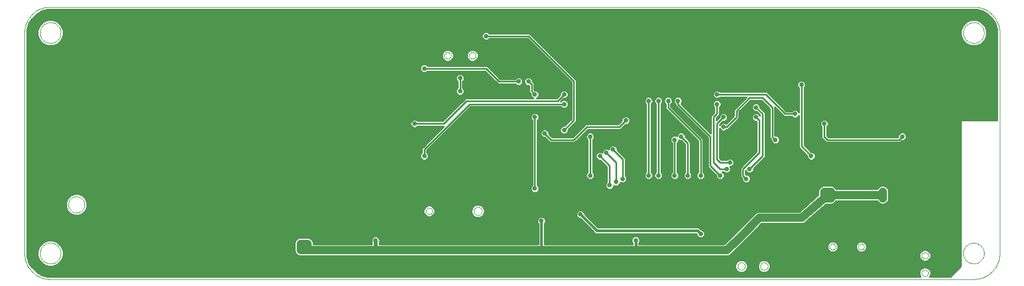
<source format=gbl>
G75*
G70*
%OFA0B0*%
%FSLAX24Y24*%
%IPPOS*%
%LPD*%
%AMOC8*
5,1,8,0,0,1.08239X$1,22.5*
%
%ADD10C,0.0000*%
%ADD11C,0.0100*%
%ADD12C,0.0277*%
%ADD13C,0.0500*%
%ADD14C,0.0160*%
%ADD15C,0.0240*%
D10*
X001725Y001109D02*
X057630Y001109D01*
X054481Y001483D02*
X054483Y001510D01*
X054489Y001537D01*
X054498Y001563D01*
X054511Y001587D01*
X054527Y001610D01*
X054546Y001629D01*
X054568Y001646D01*
X054592Y001660D01*
X054617Y001670D01*
X054644Y001677D01*
X054671Y001680D01*
X054699Y001679D01*
X054726Y001674D01*
X054752Y001666D01*
X054776Y001654D01*
X054799Y001638D01*
X054820Y001620D01*
X054837Y001599D01*
X054852Y001575D01*
X054863Y001550D01*
X054871Y001524D01*
X054875Y001497D01*
X054875Y001469D01*
X054871Y001442D01*
X054863Y001416D01*
X054852Y001391D01*
X054837Y001367D01*
X054820Y001346D01*
X054799Y001328D01*
X054777Y001312D01*
X054752Y001300D01*
X054726Y001292D01*
X054699Y001287D01*
X054671Y001286D01*
X054644Y001289D01*
X054617Y001296D01*
X054592Y001306D01*
X054568Y001320D01*
X054546Y001337D01*
X054527Y001356D01*
X054511Y001379D01*
X054498Y001403D01*
X054489Y001429D01*
X054483Y001456D01*
X054481Y001483D01*
X054481Y002546D02*
X054483Y002573D01*
X054489Y002600D01*
X054498Y002626D01*
X054511Y002650D01*
X054527Y002673D01*
X054546Y002692D01*
X054568Y002709D01*
X054592Y002723D01*
X054617Y002733D01*
X054644Y002740D01*
X054671Y002743D01*
X054699Y002742D01*
X054726Y002737D01*
X054752Y002729D01*
X054776Y002717D01*
X054799Y002701D01*
X054820Y002683D01*
X054837Y002662D01*
X054852Y002638D01*
X054863Y002613D01*
X054871Y002587D01*
X054875Y002560D01*
X054875Y002532D01*
X054871Y002505D01*
X054863Y002479D01*
X054852Y002454D01*
X054837Y002430D01*
X054820Y002409D01*
X054799Y002391D01*
X054777Y002375D01*
X054752Y002363D01*
X054726Y002355D01*
X054699Y002350D01*
X054671Y002349D01*
X054644Y002352D01*
X054617Y002359D01*
X054592Y002369D01*
X054568Y002383D01*
X054546Y002400D01*
X054527Y002419D01*
X054511Y002442D01*
X054498Y002466D01*
X054489Y002492D01*
X054483Y002519D01*
X054481Y002546D01*
X057000Y002684D02*
X057002Y002734D01*
X057008Y002784D01*
X057018Y002833D01*
X057032Y002881D01*
X057049Y002928D01*
X057070Y002973D01*
X057095Y003017D01*
X057123Y003058D01*
X057155Y003097D01*
X057189Y003134D01*
X057226Y003168D01*
X057266Y003198D01*
X057308Y003225D01*
X057352Y003249D01*
X057398Y003270D01*
X057445Y003286D01*
X057493Y003299D01*
X057543Y003308D01*
X057592Y003313D01*
X057643Y003314D01*
X057693Y003311D01*
X057742Y003304D01*
X057791Y003293D01*
X057839Y003278D01*
X057885Y003260D01*
X057930Y003238D01*
X057973Y003212D01*
X058014Y003183D01*
X058053Y003151D01*
X058089Y003116D01*
X058121Y003078D01*
X058151Y003038D01*
X058178Y002995D01*
X058201Y002951D01*
X058220Y002905D01*
X058236Y002857D01*
X058248Y002808D01*
X058256Y002759D01*
X058260Y002709D01*
X058260Y002659D01*
X058256Y002609D01*
X058248Y002560D01*
X058236Y002511D01*
X058220Y002463D01*
X058201Y002417D01*
X058178Y002373D01*
X058151Y002330D01*
X058121Y002290D01*
X058089Y002252D01*
X058053Y002217D01*
X058014Y002185D01*
X057973Y002156D01*
X057930Y002130D01*
X057885Y002108D01*
X057839Y002090D01*
X057791Y002075D01*
X057742Y002064D01*
X057693Y002057D01*
X057643Y002054D01*
X057592Y002055D01*
X057543Y002060D01*
X057493Y002069D01*
X057445Y002082D01*
X057398Y002098D01*
X057352Y002119D01*
X057308Y002143D01*
X057266Y002170D01*
X057226Y002200D01*
X057189Y002234D01*
X057155Y002271D01*
X057123Y002310D01*
X057095Y002351D01*
X057070Y002395D01*
X057049Y002440D01*
X057032Y002487D01*
X057018Y002535D01*
X057008Y002584D01*
X057002Y002634D01*
X057000Y002684D01*
X057630Y001109D02*
X057707Y001111D01*
X057784Y001117D01*
X057861Y001126D01*
X057937Y001139D01*
X058013Y001156D01*
X058087Y001177D01*
X058161Y001201D01*
X058233Y001229D01*
X058303Y001260D01*
X058372Y001295D01*
X058440Y001333D01*
X058505Y001374D01*
X058568Y001419D01*
X058629Y001467D01*
X058688Y001517D01*
X058744Y001570D01*
X058797Y001626D01*
X058847Y001685D01*
X058895Y001746D01*
X058940Y001809D01*
X058981Y001874D01*
X059019Y001942D01*
X059054Y002011D01*
X059085Y002081D01*
X059113Y002153D01*
X059137Y002227D01*
X059158Y002301D01*
X059175Y002377D01*
X059188Y002453D01*
X059197Y002530D01*
X059203Y002607D01*
X059205Y002684D01*
X059205Y016070D01*
X057000Y016070D02*
X057002Y016120D01*
X057008Y016170D01*
X057018Y016219D01*
X057032Y016267D01*
X057049Y016314D01*
X057070Y016359D01*
X057095Y016403D01*
X057123Y016444D01*
X057155Y016483D01*
X057189Y016520D01*
X057226Y016554D01*
X057266Y016584D01*
X057308Y016611D01*
X057352Y016635D01*
X057398Y016656D01*
X057445Y016672D01*
X057493Y016685D01*
X057543Y016694D01*
X057592Y016699D01*
X057643Y016700D01*
X057693Y016697D01*
X057742Y016690D01*
X057791Y016679D01*
X057839Y016664D01*
X057885Y016646D01*
X057930Y016624D01*
X057973Y016598D01*
X058014Y016569D01*
X058053Y016537D01*
X058089Y016502D01*
X058121Y016464D01*
X058151Y016424D01*
X058178Y016381D01*
X058201Y016337D01*
X058220Y016291D01*
X058236Y016243D01*
X058248Y016194D01*
X058256Y016145D01*
X058260Y016095D01*
X058260Y016045D01*
X058256Y015995D01*
X058248Y015946D01*
X058236Y015897D01*
X058220Y015849D01*
X058201Y015803D01*
X058178Y015759D01*
X058151Y015716D01*
X058121Y015676D01*
X058089Y015638D01*
X058053Y015603D01*
X058014Y015571D01*
X057973Y015542D01*
X057930Y015516D01*
X057885Y015494D01*
X057839Y015476D01*
X057791Y015461D01*
X057742Y015450D01*
X057693Y015443D01*
X057643Y015440D01*
X057592Y015441D01*
X057543Y015446D01*
X057493Y015455D01*
X057445Y015468D01*
X057398Y015484D01*
X057352Y015505D01*
X057308Y015529D01*
X057266Y015556D01*
X057226Y015586D01*
X057189Y015620D01*
X057155Y015657D01*
X057123Y015696D01*
X057095Y015737D01*
X057070Y015781D01*
X057049Y015826D01*
X057032Y015873D01*
X057018Y015921D01*
X057008Y015970D01*
X057002Y016020D01*
X057000Y016070D01*
X057630Y017645D02*
X057707Y017643D01*
X057784Y017637D01*
X057861Y017628D01*
X057937Y017615D01*
X058013Y017598D01*
X058087Y017577D01*
X058161Y017553D01*
X058233Y017525D01*
X058303Y017494D01*
X058372Y017459D01*
X058440Y017421D01*
X058505Y017380D01*
X058568Y017335D01*
X058629Y017287D01*
X058688Y017237D01*
X058744Y017184D01*
X058797Y017128D01*
X058847Y017069D01*
X058895Y017008D01*
X058940Y016945D01*
X058981Y016880D01*
X059019Y016812D01*
X059054Y016743D01*
X059085Y016673D01*
X059113Y016601D01*
X059137Y016527D01*
X059158Y016453D01*
X059175Y016377D01*
X059188Y016301D01*
X059197Y016224D01*
X059203Y016147D01*
X059205Y016070D01*
X057630Y017645D02*
X001725Y017645D01*
X001095Y016070D02*
X001097Y016120D01*
X001103Y016170D01*
X001113Y016219D01*
X001127Y016267D01*
X001144Y016314D01*
X001165Y016359D01*
X001190Y016403D01*
X001218Y016444D01*
X001250Y016483D01*
X001284Y016520D01*
X001321Y016554D01*
X001361Y016584D01*
X001403Y016611D01*
X001447Y016635D01*
X001493Y016656D01*
X001540Y016672D01*
X001588Y016685D01*
X001638Y016694D01*
X001687Y016699D01*
X001738Y016700D01*
X001788Y016697D01*
X001837Y016690D01*
X001886Y016679D01*
X001934Y016664D01*
X001980Y016646D01*
X002025Y016624D01*
X002068Y016598D01*
X002109Y016569D01*
X002148Y016537D01*
X002184Y016502D01*
X002216Y016464D01*
X002246Y016424D01*
X002273Y016381D01*
X002296Y016337D01*
X002315Y016291D01*
X002331Y016243D01*
X002343Y016194D01*
X002351Y016145D01*
X002355Y016095D01*
X002355Y016045D01*
X002351Y015995D01*
X002343Y015946D01*
X002331Y015897D01*
X002315Y015849D01*
X002296Y015803D01*
X002273Y015759D01*
X002246Y015716D01*
X002216Y015676D01*
X002184Y015638D01*
X002148Y015603D01*
X002109Y015571D01*
X002068Y015542D01*
X002025Y015516D01*
X001980Y015494D01*
X001934Y015476D01*
X001886Y015461D01*
X001837Y015450D01*
X001788Y015443D01*
X001738Y015440D01*
X001687Y015441D01*
X001638Y015446D01*
X001588Y015455D01*
X001540Y015468D01*
X001493Y015484D01*
X001447Y015505D01*
X001403Y015529D01*
X001361Y015556D01*
X001321Y015586D01*
X001284Y015620D01*
X001250Y015657D01*
X001218Y015696D01*
X001190Y015737D01*
X001165Y015781D01*
X001144Y015826D01*
X001127Y015873D01*
X001113Y015921D01*
X001103Y015970D01*
X001097Y016020D01*
X001095Y016070D01*
X000150Y016070D02*
X000152Y016147D01*
X000158Y016224D01*
X000167Y016301D01*
X000180Y016377D01*
X000197Y016453D01*
X000218Y016527D01*
X000242Y016601D01*
X000270Y016673D01*
X000301Y016743D01*
X000336Y016812D01*
X000374Y016880D01*
X000415Y016945D01*
X000460Y017008D01*
X000508Y017069D01*
X000558Y017128D01*
X000611Y017184D01*
X000667Y017237D01*
X000726Y017287D01*
X000787Y017335D01*
X000850Y017380D01*
X000915Y017421D01*
X000983Y017459D01*
X001052Y017494D01*
X001122Y017525D01*
X001194Y017553D01*
X001268Y017577D01*
X001342Y017598D01*
X001418Y017615D01*
X001494Y017628D01*
X001571Y017637D01*
X001648Y017643D01*
X001725Y017645D01*
X000150Y016070D02*
X000150Y002684D01*
X001095Y002684D02*
X001097Y002734D01*
X001103Y002784D01*
X001113Y002833D01*
X001127Y002881D01*
X001144Y002928D01*
X001165Y002973D01*
X001190Y003017D01*
X001218Y003058D01*
X001250Y003097D01*
X001284Y003134D01*
X001321Y003168D01*
X001361Y003198D01*
X001403Y003225D01*
X001447Y003249D01*
X001493Y003270D01*
X001540Y003286D01*
X001588Y003299D01*
X001638Y003308D01*
X001687Y003313D01*
X001738Y003314D01*
X001788Y003311D01*
X001837Y003304D01*
X001886Y003293D01*
X001934Y003278D01*
X001980Y003260D01*
X002025Y003238D01*
X002068Y003212D01*
X002109Y003183D01*
X002148Y003151D01*
X002184Y003116D01*
X002216Y003078D01*
X002246Y003038D01*
X002273Y002995D01*
X002296Y002951D01*
X002315Y002905D01*
X002331Y002857D01*
X002343Y002808D01*
X002351Y002759D01*
X002355Y002709D01*
X002355Y002659D01*
X002351Y002609D01*
X002343Y002560D01*
X002331Y002511D01*
X002315Y002463D01*
X002296Y002417D01*
X002273Y002373D01*
X002246Y002330D01*
X002216Y002290D01*
X002184Y002252D01*
X002148Y002217D01*
X002109Y002185D01*
X002068Y002156D01*
X002025Y002130D01*
X001980Y002108D01*
X001934Y002090D01*
X001886Y002075D01*
X001837Y002064D01*
X001788Y002057D01*
X001738Y002054D01*
X001687Y002055D01*
X001638Y002060D01*
X001588Y002069D01*
X001540Y002082D01*
X001493Y002098D01*
X001447Y002119D01*
X001403Y002143D01*
X001361Y002170D01*
X001321Y002200D01*
X001284Y002234D01*
X001250Y002271D01*
X001218Y002310D01*
X001190Y002351D01*
X001165Y002395D01*
X001144Y002440D01*
X001127Y002487D01*
X001113Y002535D01*
X001103Y002584D01*
X001097Y002634D01*
X001095Y002684D01*
X000150Y002684D02*
X000152Y002607D01*
X000158Y002530D01*
X000167Y002453D01*
X000180Y002377D01*
X000197Y002301D01*
X000218Y002227D01*
X000242Y002153D01*
X000270Y002081D01*
X000301Y002011D01*
X000336Y001942D01*
X000374Y001874D01*
X000415Y001809D01*
X000460Y001746D01*
X000508Y001685D01*
X000558Y001626D01*
X000611Y001570D01*
X000667Y001517D01*
X000726Y001467D01*
X000787Y001419D01*
X000850Y001374D01*
X000915Y001333D01*
X000983Y001295D01*
X001052Y001260D01*
X001122Y001229D01*
X001194Y001201D01*
X001268Y001177D01*
X001342Y001156D01*
X001418Y001139D01*
X001494Y001126D01*
X001571Y001117D01*
X001648Y001111D01*
X001725Y001109D01*
X002808Y005637D02*
X002810Y005681D01*
X002816Y005725D01*
X002826Y005768D01*
X002839Y005810D01*
X002857Y005850D01*
X002878Y005889D01*
X002902Y005926D01*
X002929Y005961D01*
X002960Y005993D01*
X002993Y006022D01*
X003029Y006048D01*
X003067Y006070D01*
X003107Y006089D01*
X003148Y006105D01*
X003191Y006117D01*
X003234Y006125D01*
X003278Y006129D01*
X003322Y006129D01*
X003366Y006125D01*
X003409Y006117D01*
X003452Y006105D01*
X003493Y006089D01*
X003533Y006070D01*
X003571Y006048D01*
X003607Y006022D01*
X003640Y005993D01*
X003671Y005961D01*
X003698Y005926D01*
X003722Y005889D01*
X003743Y005850D01*
X003761Y005810D01*
X003774Y005768D01*
X003784Y005725D01*
X003790Y005681D01*
X003792Y005637D01*
X003790Y005593D01*
X003784Y005549D01*
X003774Y005506D01*
X003761Y005464D01*
X003743Y005424D01*
X003722Y005385D01*
X003698Y005348D01*
X003671Y005313D01*
X003640Y005281D01*
X003607Y005252D01*
X003571Y005226D01*
X003533Y005204D01*
X003493Y005185D01*
X003452Y005169D01*
X003409Y005157D01*
X003366Y005149D01*
X003322Y005145D01*
X003278Y005145D01*
X003234Y005149D01*
X003191Y005157D01*
X003148Y005169D01*
X003107Y005185D01*
X003067Y005204D01*
X003029Y005226D01*
X002993Y005252D01*
X002960Y005281D01*
X002929Y005313D01*
X002902Y005348D01*
X002878Y005385D01*
X002857Y005424D01*
X002839Y005464D01*
X002826Y005506D01*
X002816Y005549D01*
X002810Y005593D01*
X002808Y005637D01*
X024461Y005243D02*
X024463Y005270D01*
X024469Y005297D01*
X024478Y005323D01*
X024491Y005347D01*
X024507Y005370D01*
X024526Y005389D01*
X024548Y005406D01*
X024572Y005420D01*
X024597Y005430D01*
X024624Y005437D01*
X024651Y005440D01*
X024679Y005439D01*
X024706Y005434D01*
X024732Y005426D01*
X024756Y005414D01*
X024779Y005398D01*
X024800Y005380D01*
X024817Y005359D01*
X024832Y005335D01*
X024843Y005310D01*
X024851Y005284D01*
X024855Y005257D01*
X024855Y005229D01*
X024851Y005202D01*
X024843Y005176D01*
X024832Y005151D01*
X024817Y005127D01*
X024800Y005106D01*
X024779Y005088D01*
X024757Y005072D01*
X024732Y005060D01*
X024706Y005052D01*
X024679Y005047D01*
X024651Y005046D01*
X024624Y005049D01*
X024597Y005056D01*
X024572Y005066D01*
X024548Y005080D01*
X024526Y005097D01*
X024507Y005116D01*
X024491Y005139D01*
X024478Y005163D01*
X024469Y005189D01*
X024463Y005216D01*
X024461Y005243D01*
X027365Y005243D02*
X027367Y005274D01*
X027373Y005304D01*
X027382Y005334D01*
X027395Y005362D01*
X027412Y005388D01*
X027432Y005411D01*
X027454Y005433D01*
X027479Y005451D01*
X027506Y005466D01*
X027535Y005477D01*
X027565Y005485D01*
X027596Y005489D01*
X027626Y005489D01*
X027657Y005485D01*
X027687Y005477D01*
X027716Y005466D01*
X027743Y005451D01*
X027768Y005433D01*
X027790Y005411D01*
X027810Y005388D01*
X027827Y005362D01*
X027840Y005334D01*
X027849Y005304D01*
X027855Y005274D01*
X027857Y005243D01*
X027855Y005212D01*
X027849Y005182D01*
X027840Y005152D01*
X027827Y005124D01*
X027810Y005098D01*
X027790Y005075D01*
X027768Y005053D01*
X027743Y005035D01*
X027716Y005020D01*
X027687Y005009D01*
X027657Y005001D01*
X027626Y004997D01*
X027596Y004997D01*
X027565Y005001D01*
X027535Y005009D01*
X027506Y005020D01*
X027479Y005035D01*
X027454Y005053D01*
X027432Y005075D01*
X027412Y005098D01*
X027395Y005124D01*
X027382Y005152D01*
X027373Y005182D01*
X027367Y005212D01*
X027365Y005243D01*
X043330Y001897D02*
X043332Y001926D01*
X043338Y001955D01*
X043347Y001983D01*
X043360Y002010D01*
X043377Y002035D01*
X043396Y002057D01*
X043418Y002076D01*
X043443Y002093D01*
X043470Y002106D01*
X043498Y002115D01*
X043527Y002121D01*
X043556Y002123D01*
X043585Y002121D01*
X043614Y002115D01*
X043642Y002106D01*
X043669Y002093D01*
X043694Y002076D01*
X043716Y002057D01*
X043735Y002035D01*
X043752Y002010D01*
X043765Y001983D01*
X043774Y001955D01*
X043780Y001926D01*
X043782Y001897D01*
X043780Y001868D01*
X043774Y001839D01*
X043765Y001811D01*
X043752Y001784D01*
X043735Y001759D01*
X043716Y001737D01*
X043694Y001718D01*
X043669Y001701D01*
X043642Y001688D01*
X043614Y001679D01*
X043585Y001673D01*
X043556Y001671D01*
X043527Y001673D01*
X043498Y001679D01*
X043470Y001688D01*
X043443Y001701D01*
X043418Y001718D01*
X043396Y001737D01*
X043377Y001759D01*
X043360Y001784D01*
X043347Y001811D01*
X043338Y001839D01*
X043332Y001868D01*
X043330Y001897D01*
X044707Y001897D02*
X044709Y001926D01*
X044715Y001955D01*
X044724Y001983D01*
X044737Y002010D01*
X044754Y002035D01*
X044773Y002057D01*
X044795Y002076D01*
X044820Y002093D01*
X044847Y002106D01*
X044875Y002115D01*
X044904Y002121D01*
X044933Y002123D01*
X044962Y002121D01*
X044991Y002115D01*
X045019Y002106D01*
X045046Y002093D01*
X045071Y002076D01*
X045093Y002057D01*
X045112Y002035D01*
X045129Y002010D01*
X045142Y001983D01*
X045151Y001955D01*
X045157Y001926D01*
X045159Y001897D01*
X045157Y001868D01*
X045151Y001839D01*
X045142Y001811D01*
X045129Y001784D01*
X045112Y001759D01*
X045093Y001737D01*
X045071Y001718D01*
X045046Y001701D01*
X045019Y001688D01*
X044991Y001679D01*
X044962Y001673D01*
X044933Y001671D01*
X044904Y001673D01*
X044875Y001679D01*
X044847Y001688D01*
X044820Y001701D01*
X044795Y001718D01*
X044773Y001737D01*
X044754Y001759D01*
X044737Y001784D01*
X044724Y001811D01*
X044715Y001839D01*
X044709Y001868D01*
X044707Y001897D01*
X048910Y003078D02*
X048912Y003104D01*
X048918Y003130D01*
X048928Y003155D01*
X048941Y003178D01*
X048957Y003198D01*
X048977Y003216D01*
X048999Y003231D01*
X049022Y003243D01*
X049048Y003251D01*
X049074Y003255D01*
X049100Y003255D01*
X049126Y003251D01*
X049152Y003243D01*
X049176Y003231D01*
X049197Y003216D01*
X049217Y003198D01*
X049233Y003178D01*
X049246Y003155D01*
X049256Y003130D01*
X049262Y003104D01*
X049264Y003078D01*
X049262Y003052D01*
X049256Y003026D01*
X049246Y003001D01*
X049233Y002978D01*
X049217Y002958D01*
X049197Y002940D01*
X049175Y002925D01*
X049152Y002913D01*
X049126Y002905D01*
X049100Y002901D01*
X049074Y002901D01*
X049048Y002905D01*
X049022Y002913D01*
X048998Y002925D01*
X048977Y002940D01*
X048957Y002958D01*
X048941Y002978D01*
X048928Y003001D01*
X048918Y003026D01*
X048912Y003052D01*
X048910Y003078D01*
X050642Y003078D02*
X050644Y003104D01*
X050650Y003130D01*
X050660Y003155D01*
X050673Y003178D01*
X050689Y003198D01*
X050709Y003216D01*
X050731Y003231D01*
X050754Y003243D01*
X050780Y003251D01*
X050806Y003255D01*
X050832Y003255D01*
X050858Y003251D01*
X050884Y003243D01*
X050908Y003231D01*
X050929Y003216D01*
X050949Y003198D01*
X050965Y003178D01*
X050978Y003155D01*
X050988Y003130D01*
X050994Y003104D01*
X050996Y003078D01*
X050994Y003052D01*
X050988Y003026D01*
X050978Y003001D01*
X050965Y002978D01*
X050949Y002958D01*
X050929Y002940D01*
X050907Y002925D01*
X050884Y002913D01*
X050858Y002905D01*
X050832Y002901D01*
X050806Y002901D01*
X050780Y002905D01*
X050754Y002913D01*
X050730Y002925D01*
X050709Y002940D01*
X050689Y002958D01*
X050673Y002978D01*
X050660Y003001D01*
X050650Y003026D01*
X050644Y003052D01*
X050642Y003078D01*
X027081Y014692D02*
X027083Y014719D01*
X027089Y014746D01*
X027098Y014772D01*
X027111Y014796D01*
X027127Y014819D01*
X027146Y014838D01*
X027168Y014855D01*
X027192Y014869D01*
X027217Y014879D01*
X027244Y014886D01*
X027271Y014889D01*
X027299Y014888D01*
X027326Y014883D01*
X027352Y014875D01*
X027376Y014863D01*
X027399Y014847D01*
X027420Y014829D01*
X027437Y014808D01*
X027452Y014784D01*
X027463Y014759D01*
X027471Y014733D01*
X027475Y014706D01*
X027475Y014678D01*
X027471Y014651D01*
X027463Y014625D01*
X027452Y014600D01*
X027437Y014576D01*
X027420Y014555D01*
X027399Y014537D01*
X027377Y014521D01*
X027352Y014509D01*
X027326Y014501D01*
X027299Y014496D01*
X027271Y014495D01*
X027244Y014498D01*
X027217Y014505D01*
X027192Y014515D01*
X027168Y014529D01*
X027146Y014546D01*
X027127Y014565D01*
X027111Y014588D01*
X027098Y014612D01*
X027089Y014638D01*
X027083Y014665D01*
X027081Y014692D01*
X025581Y014692D02*
X025583Y014719D01*
X025589Y014746D01*
X025598Y014772D01*
X025611Y014796D01*
X025627Y014819D01*
X025646Y014838D01*
X025668Y014855D01*
X025692Y014869D01*
X025717Y014879D01*
X025744Y014886D01*
X025771Y014889D01*
X025799Y014888D01*
X025826Y014883D01*
X025852Y014875D01*
X025876Y014863D01*
X025899Y014847D01*
X025920Y014829D01*
X025937Y014808D01*
X025952Y014784D01*
X025963Y014759D01*
X025971Y014733D01*
X025975Y014706D01*
X025975Y014678D01*
X025971Y014651D01*
X025963Y014625D01*
X025952Y014600D01*
X025937Y014576D01*
X025920Y014555D01*
X025899Y014537D01*
X025877Y014521D01*
X025852Y014509D01*
X025826Y014501D01*
X025799Y014496D01*
X025771Y014495D01*
X025744Y014498D01*
X025717Y014505D01*
X025692Y014515D01*
X025668Y014529D01*
X025646Y014546D01*
X025627Y014565D01*
X025611Y014588D01*
X025598Y014612D01*
X025589Y014638D01*
X025583Y014665D01*
X025581Y014692D01*
D11*
X025431Y014702D02*
X000300Y014702D01*
X000300Y014604D02*
X025439Y014604D01*
X025431Y014623D02*
X025484Y014495D01*
X025581Y014398D01*
X025709Y014345D01*
X025847Y014345D01*
X025974Y014398D01*
X026072Y014495D01*
X026125Y014623D01*
X026125Y014761D01*
X026072Y014888D01*
X025974Y014986D01*
X025847Y015039D01*
X025709Y015039D01*
X025581Y014986D01*
X025484Y014888D01*
X025431Y014761D01*
X025431Y014623D01*
X025480Y014505D02*
X000300Y014505D01*
X000300Y014407D02*
X025573Y014407D01*
X025983Y014407D02*
X027073Y014407D01*
X027081Y014398D02*
X027209Y014345D01*
X027347Y014345D01*
X027474Y014398D01*
X027572Y014495D01*
X027625Y014623D01*
X027625Y014761D01*
X027572Y014888D01*
X027474Y014986D01*
X027347Y015039D01*
X027209Y015039D01*
X027081Y014986D01*
X026984Y014888D01*
X026931Y014761D01*
X026931Y014623D01*
X026984Y014495D01*
X027081Y014398D01*
X026980Y014505D02*
X026076Y014505D01*
X026117Y014604D02*
X026939Y014604D01*
X026931Y014702D02*
X026125Y014702D01*
X026108Y014801D02*
X026948Y014801D01*
X026995Y014899D02*
X026061Y014899D01*
X025946Y014998D02*
X027110Y014998D01*
X027446Y014998D02*
X031311Y014998D01*
X031409Y014899D02*
X027561Y014899D01*
X027608Y014801D02*
X031508Y014801D01*
X031606Y014702D02*
X027625Y014702D01*
X027617Y014604D02*
X031705Y014604D01*
X031803Y014505D02*
X027576Y014505D01*
X027483Y014407D02*
X031902Y014407D01*
X032000Y014308D02*
X000300Y014308D01*
X000300Y014210D02*
X032099Y014210D01*
X032197Y014111D02*
X024508Y014111D01*
X024503Y014115D02*
X024412Y014153D01*
X024313Y014153D01*
X024222Y014115D01*
X024152Y014045D01*
X024114Y013954D01*
X024114Y013855D01*
X024152Y013764D01*
X024222Y013694D01*
X024313Y013656D01*
X024412Y013656D01*
X024503Y013694D01*
X024554Y013745D01*
X028036Y013745D01*
X028730Y013051D01*
X028824Y012957D01*
X029879Y012957D01*
X029930Y012906D01*
X030022Y012868D01*
X030121Y012868D01*
X030212Y012906D01*
X030282Y012976D01*
X030320Y013068D01*
X030320Y013167D01*
X030282Y013258D01*
X030212Y013328D01*
X030121Y013366D01*
X030022Y013366D01*
X029930Y013328D01*
X029879Y013277D01*
X028956Y013277D01*
X028263Y013971D01*
X028169Y014065D01*
X024554Y014065D01*
X024503Y014115D01*
X024363Y013905D02*
X028103Y013905D01*
X028890Y013117D01*
X030071Y013117D01*
X030303Y013028D02*
X030430Y013028D01*
X030413Y013068D02*
X030451Y012976D01*
X030521Y012906D01*
X030612Y012868D01*
X030684Y012868D01*
X030699Y012854D01*
X030699Y012460D01*
X030807Y012352D01*
X030807Y012280D01*
X030845Y012189D01*
X030915Y012119D01*
X030970Y012096D01*
X026855Y012096D01*
X026762Y012002D01*
X025477Y010718D01*
X023964Y010718D01*
X023913Y010769D01*
X023822Y010807D01*
X023723Y010807D01*
X023631Y010769D01*
X023561Y010699D01*
X023523Y010608D01*
X023523Y010509D01*
X023561Y010417D01*
X023631Y010347D01*
X023723Y010309D01*
X023822Y010309D01*
X023913Y010347D01*
X023964Y010398D01*
X025551Y010398D01*
X024296Y009143D01*
X024203Y009050D01*
X024203Y008781D01*
X024152Y008730D01*
X024114Y008639D01*
X024114Y008540D01*
X024152Y008449D01*
X024222Y008379D01*
X024313Y008341D01*
X024412Y008341D01*
X024503Y008379D01*
X024573Y008449D01*
X024611Y008540D01*
X024611Y008639D01*
X024573Y008730D01*
X024523Y008781D01*
X024523Y008917D01*
X027185Y011579D01*
X032635Y011579D01*
X032686Y011528D01*
X032778Y011490D01*
X032877Y011490D01*
X032968Y011528D01*
X033038Y011598D01*
X033076Y011690D01*
X033076Y011789D01*
X033038Y011880D01*
X032968Y011950D01*
X032877Y011988D01*
X032778Y011988D01*
X032686Y011950D01*
X032635Y011899D01*
X032623Y011899D01*
X032805Y012081D01*
X032877Y012081D01*
X032968Y012119D01*
X033038Y012189D01*
X033076Y012280D01*
X033076Y012379D01*
X033038Y012471D01*
X032968Y012541D01*
X032877Y012578D01*
X032778Y012578D01*
X032686Y012541D01*
X032616Y012471D01*
X032578Y012379D01*
X032578Y012307D01*
X032367Y012096D01*
X031141Y012096D01*
X031196Y012119D01*
X031266Y012189D01*
X031304Y012280D01*
X031304Y012379D01*
X031266Y012471D01*
X031196Y012541D01*
X031105Y012578D01*
X031033Y012578D01*
X031019Y012593D01*
X031019Y012987D01*
X030925Y013080D01*
X030911Y013095D01*
X030911Y013167D01*
X030873Y013258D01*
X030803Y013328D01*
X030711Y013366D01*
X030612Y013366D01*
X030521Y013328D01*
X030451Y013258D01*
X030413Y013167D01*
X030413Y013068D01*
X030413Y013126D02*
X030320Y013126D01*
X030296Y013225D02*
X030437Y013225D01*
X030516Y013323D02*
X030217Y013323D01*
X029926Y013323D02*
X028910Y013323D01*
X028812Y013422D02*
X032887Y013422D01*
X032788Y013520D02*
X028713Y013520D01*
X028615Y013619D02*
X032690Y013619D01*
X032591Y013717D02*
X028516Y013717D01*
X028418Y013816D02*
X032493Y013816D01*
X032394Y013914D02*
X028319Y013914D01*
X028221Y014013D02*
X032296Y014013D01*
X032551Y014210D02*
X059055Y014210D01*
X059055Y014308D02*
X032453Y014308D01*
X032354Y014407D02*
X059055Y014407D01*
X059055Y014505D02*
X032256Y014505D01*
X032157Y014604D02*
X059055Y014604D01*
X059055Y014702D02*
X032059Y014702D01*
X031960Y014801D02*
X059055Y014801D01*
X059055Y014899D02*
X031862Y014899D01*
X031763Y014998D02*
X059055Y014998D01*
X059055Y015096D02*
X031665Y015096D01*
X031566Y015195D02*
X059055Y015195D01*
X059055Y015293D02*
X057793Y015293D01*
X057785Y015290D02*
X058072Y015409D01*
X058291Y015628D01*
X058410Y015915D01*
X058410Y016225D01*
X058291Y016512D01*
X058072Y016731D01*
X057785Y016850D01*
X057475Y016850D01*
X057189Y016731D01*
X056969Y016512D01*
X056850Y016225D01*
X056850Y015915D01*
X056969Y015628D01*
X057189Y015409D01*
X057475Y015290D01*
X057785Y015290D01*
X058031Y015392D02*
X059055Y015392D01*
X059055Y015490D02*
X058154Y015490D01*
X058252Y015589D02*
X059055Y015589D01*
X059055Y015687D02*
X058316Y015687D01*
X058357Y015786D02*
X059055Y015786D01*
X059055Y015884D02*
X058398Y015884D01*
X058410Y015983D02*
X059055Y015983D01*
X059055Y016070D02*
X059055Y010755D01*
X056843Y010755D01*
X056843Y001897D01*
X045310Y001897D01*
X045310Y001822D02*
X045310Y001972D01*
X045253Y002110D01*
X045147Y002216D01*
X045008Y002273D01*
X044859Y002273D01*
X044720Y002216D01*
X044614Y002110D01*
X044557Y001972D01*
X044557Y001822D01*
X044614Y001683D01*
X044720Y001578D01*
X044859Y001520D01*
X045008Y001520D01*
X045147Y001578D01*
X045253Y001683D01*
X045310Y001822D01*
X045300Y001799D02*
X054533Y001799D01*
X054481Y001777D02*
X054384Y001680D01*
X054331Y001552D01*
X054331Y001414D01*
X054384Y001287D01*
X054411Y001259D01*
X001725Y001259D01*
X001539Y001271D01*
X001180Y001368D01*
X000927Y001514D01*
X000554Y001886D01*
X000408Y002139D01*
X000312Y002498D01*
X000300Y002684D01*
X000300Y016070D01*
X000312Y016256D01*
X000408Y016615D01*
X000554Y016868D01*
X000927Y017240D01*
X001180Y017386D01*
X001539Y017482D01*
X001725Y017495D01*
X057630Y017495D01*
X057816Y017482D01*
X058176Y017386D01*
X058429Y017240D01*
X058801Y016868D01*
X058947Y016615D01*
X059043Y016256D01*
X059055Y016070D01*
X059054Y016081D02*
X058410Y016081D01*
X058410Y016180D02*
X059048Y016180D01*
X059037Y016278D02*
X058388Y016278D01*
X058347Y016377D02*
X059011Y016377D01*
X058984Y016475D02*
X058307Y016475D01*
X058229Y016574D02*
X058958Y016574D01*
X058914Y016672D02*
X058131Y016672D01*
X057976Y016771D02*
X058857Y016771D01*
X058799Y016869D02*
X000556Y016869D01*
X000498Y016771D02*
X001379Y016771D01*
X001283Y016731D02*
X001064Y016512D01*
X000945Y016225D01*
X000945Y015915D01*
X001064Y015628D01*
X001283Y015409D01*
X001570Y015290D01*
X001880Y015290D01*
X002167Y015409D01*
X002386Y015628D01*
X002505Y015915D01*
X002505Y016225D01*
X002386Y016512D01*
X002167Y016731D01*
X001880Y016850D01*
X001570Y016850D01*
X001283Y016731D01*
X001224Y016672D02*
X000441Y016672D01*
X000397Y016574D02*
X001126Y016574D01*
X001049Y016475D02*
X000371Y016475D01*
X000345Y016377D02*
X001008Y016377D01*
X000967Y016278D02*
X000318Y016278D01*
X000307Y016180D02*
X000945Y016180D01*
X000945Y016081D02*
X000301Y016081D01*
X000300Y015983D02*
X000945Y015983D01*
X000957Y015884D02*
X000300Y015884D01*
X000300Y015786D02*
X000998Y015786D01*
X001039Y015687D02*
X000300Y015687D01*
X000300Y015589D02*
X001103Y015589D01*
X001201Y015490D02*
X000300Y015490D01*
X000300Y015392D02*
X001324Y015392D01*
X001562Y015293D02*
X000300Y015293D01*
X000300Y015195D02*
X031114Y015195D01*
X031212Y015096D02*
X000300Y015096D01*
X000300Y014998D02*
X025610Y014998D01*
X025495Y014899D02*
X000300Y014899D01*
X000300Y014801D02*
X025448Y014801D01*
X024218Y014111D02*
X000300Y014111D01*
X000300Y014013D02*
X024138Y014013D01*
X024114Y013914D02*
X000300Y013914D01*
X000300Y013816D02*
X024130Y013816D01*
X024198Y013717D02*
X000300Y013717D01*
X000300Y013619D02*
X028162Y013619D01*
X028064Y013717D02*
X024527Y013717D01*
X026279Y013363D02*
X026279Y013264D01*
X026317Y013173D01*
X026368Y013122D01*
X026368Y012718D01*
X026317Y012667D01*
X026279Y012576D01*
X026279Y012477D01*
X026317Y012386D01*
X026387Y012316D01*
X026478Y012278D01*
X026577Y012278D01*
X026669Y012316D01*
X026739Y012386D01*
X026777Y012477D01*
X026777Y012576D01*
X026739Y012667D01*
X026688Y012718D01*
X026688Y013122D01*
X026739Y013173D01*
X026777Y013264D01*
X026777Y013363D01*
X026739Y013455D01*
X026669Y013525D01*
X026577Y013563D01*
X026478Y013563D01*
X026387Y013525D01*
X026317Y013455D01*
X026279Y013363D01*
X026279Y013323D02*
X000300Y013323D01*
X000300Y013225D02*
X026296Y013225D01*
X026364Y013126D02*
X000300Y013126D01*
X000300Y013028D02*
X026368Y013028D01*
X026368Y012929D02*
X000300Y012929D01*
X000300Y012831D02*
X026368Y012831D01*
X026368Y012732D02*
X000300Y012732D01*
X000300Y012634D02*
X026303Y012634D01*
X026279Y012535D02*
X000300Y012535D01*
X000300Y012437D02*
X026296Y012437D01*
X026364Y012338D02*
X000300Y012338D01*
X000300Y012240D02*
X030824Y012240D01*
X030807Y012338D02*
X026691Y012338D01*
X026760Y012437D02*
X030722Y012437D01*
X030699Y012535D02*
X026777Y012535D01*
X026753Y012634D02*
X030699Y012634D01*
X030699Y012732D02*
X026688Y012732D01*
X026688Y012831D02*
X030699Y012831D01*
X030859Y012920D02*
X030859Y012527D01*
X031056Y012330D01*
X031304Y012338D02*
X032578Y012338D01*
X032602Y012437D02*
X031280Y012437D01*
X031202Y012535D02*
X032681Y012535D01*
X032827Y012330D02*
X032433Y011936D01*
X026922Y011936D01*
X025544Y010558D01*
X023772Y010558D01*
X023541Y010467D02*
X000300Y010467D01*
X000300Y010565D02*
X023523Y010565D01*
X023547Y010664D02*
X000300Y010664D01*
X000300Y010762D02*
X023624Y010762D01*
X023920Y010762D02*
X025522Y010762D01*
X025620Y010861D02*
X000300Y010861D01*
X000300Y010959D02*
X025719Y010959D01*
X025817Y011058D02*
X000300Y011058D01*
X000300Y011156D02*
X025916Y011156D01*
X026014Y011255D02*
X000300Y011255D01*
X000300Y011353D02*
X026113Y011353D01*
X026211Y011452D02*
X000300Y011452D01*
X000300Y011550D02*
X026310Y011550D01*
X026408Y011649D02*
X000300Y011649D01*
X000300Y011747D02*
X026507Y011747D01*
X026605Y011846D02*
X000300Y011846D01*
X000300Y011944D02*
X026704Y011944D01*
X026762Y012002D02*
X026762Y012002D01*
X026802Y012043D02*
X000300Y012043D01*
X000300Y012141D02*
X030892Y012141D01*
X031219Y012141D02*
X032412Y012141D01*
X032511Y012240D02*
X031287Y012240D01*
X031019Y012634D02*
X033258Y012634D01*
X033258Y012732D02*
X031019Y012732D01*
X031019Y012831D02*
X033258Y012831D01*
X033258Y012929D02*
X031019Y012929D01*
X030977Y013028D02*
X033258Y013028D01*
X033258Y013051D02*
X033258Y010821D01*
X032850Y010413D01*
X032778Y010413D01*
X032686Y010375D01*
X032616Y010305D01*
X032578Y010214D01*
X032578Y010115D01*
X032616Y010023D01*
X032686Y009953D01*
X032778Y009916D01*
X032877Y009916D01*
X032968Y009953D01*
X033038Y010023D01*
X033076Y010115D01*
X033076Y010187D01*
X033578Y010689D01*
X033578Y013183D01*
X030728Y016033D01*
X028295Y016033D01*
X028244Y016084D01*
X028152Y016122D01*
X028053Y016122D01*
X027962Y016084D01*
X027892Y016014D01*
X027854Y015923D01*
X027854Y015824D01*
X027892Y015732D01*
X027962Y015662D01*
X028053Y015624D01*
X028152Y015624D01*
X028244Y015662D01*
X028295Y015713D01*
X030596Y015713D01*
X033258Y013051D01*
X033182Y013126D02*
X030911Y013126D01*
X030886Y013225D02*
X033084Y013225D01*
X032985Y013323D02*
X030807Y013323D01*
X030662Y013117D02*
X030859Y012920D01*
X030498Y012929D02*
X030235Y012929D01*
X029907Y012929D02*
X026688Y012929D01*
X026688Y013028D02*
X028753Y013028D01*
X028655Y013126D02*
X026692Y013126D01*
X026760Y013225D02*
X028556Y013225D01*
X028458Y013323D02*
X026777Y013323D01*
X026753Y013422D02*
X028359Y013422D01*
X028261Y013520D02*
X026673Y013520D01*
X026528Y013314D02*
X026528Y012527D01*
X026303Y013422D02*
X000300Y013422D01*
X000300Y013520D02*
X026382Y013520D01*
X027119Y011739D02*
X024363Y008983D01*
X024363Y008590D01*
X024589Y008694D02*
X030896Y008694D01*
X030896Y008792D02*
X024523Y008792D01*
X024523Y008891D02*
X030896Y008891D01*
X030896Y008989D02*
X024595Y008989D01*
X024693Y009088D02*
X030896Y009088D01*
X030896Y009186D02*
X024792Y009186D01*
X024890Y009285D02*
X030896Y009285D01*
X030896Y009383D02*
X024989Y009383D01*
X025087Y009482D02*
X030896Y009482D01*
X030896Y009580D02*
X025186Y009580D01*
X025284Y009679D02*
X030896Y009679D01*
X030896Y009777D02*
X025383Y009777D01*
X025481Y009876D02*
X030896Y009876D01*
X030896Y009974D02*
X025580Y009974D01*
X025678Y010073D02*
X030896Y010073D01*
X030896Y010171D02*
X025777Y010171D01*
X025875Y010270D02*
X030896Y010270D01*
X030896Y010368D02*
X025974Y010368D01*
X026072Y010467D02*
X030896Y010467D01*
X030896Y010565D02*
X026171Y010565D01*
X026269Y010664D02*
X030896Y010664D01*
X030896Y010760D02*
X030845Y010811D01*
X030807Y010902D01*
X030807Y011001D01*
X030845Y011093D01*
X030915Y011163D01*
X031006Y011201D01*
X031105Y011201D01*
X031196Y011163D01*
X031266Y011093D01*
X031304Y011001D01*
X031304Y010902D01*
X031266Y010811D01*
X031216Y010760D01*
X031216Y006813D01*
X031266Y006762D01*
X031304Y006671D01*
X031304Y006572D01*
X031266Y006480D01*
X031196Y006410D01*
X031105Y006372D01*
X031006Y006372D01*
X030915Y006410D01*
X030845Y006480D01*
X030807Y006572D01*
X030807Y006671D01*
X030845Y006762D01*
X030896Y006813D01*
X030896Y010760D01*
X030893Y010762D02*
X026368Y010762D01*
X026466Y010861D02*
X030824Y010861D01*
X030807Y010959D02*
X026565Y010959D01*
X026663Y011058D02*
X030830Y011058D01*
X030908Y011156D02*
X026762Y011156D01*
X026860Y011255D02*
X033258Y011255D01*
X033258Y011353D02*
X026959Y011353D01*
X027057Y011452D02*
X033258Y011452D01*
X033258Y011550D02*
X032990Y011550D01*
X033059Y011649D02*
X033258Y011649D01*
X033258Y011747D02*
X033076Y011747D01*
X033052Y011846D02*
X033258Y011846D01*
X033258Y011944D02*
X032974Y011944D01*
X032990Y012141D02*
X033258Y012141D01*
X033258Y012043D02*
X032766Y012043D01*
X032680Y011944D02*
X032668Y011944D01*
X033059Y012240D02*
X033258Y012240D01*
X033258Y012338D02*
X033076Y012338D01*
X033052Y012437D02*
X033258Y012437D01*
X033258Y012535D02*
X032973Y012535D01*
X033578Y012535D02*
X041933Y012535D01*
X041938Y012541D02*
X041868Y012471D01*
X041830Y012379D01*
X041830Y012280D01*
X041868Y012189D01*
X041938Y012119D01*
X042030Y012081D01*
X042129Y012081D01*
X042220Y012119D01*
X042271Y012170D01*
X043858Y012170D01*
X043194Y011505D01*
X043100Y011412D01*
X043100Y011018D01*
X042634Y010552D01*
X042614Y010572D01*
X042522Y010610D01*
X042423Y010610D01*
X042332Y010572D01*
X042262Y010502D01*
X042239Y010447D01*
X042239Y010492D01*
X042450Y010703D01*
X042522Y010703D01*
X042614Y010741D01*
X042684Y010811D01*
X042722Y010902D01*
X042722Y011001D01*
X042684Y011093D01*
X042614Y011163D01*
X042522Y011201D01*
X042423Y011201D01*
X042332Y011163D01*
X042262Y011093D01*
X042224Y011001D01*
X042224Y010929D01*
X042042Y010747D01*
X042042Y010885D01*
X042239Y011082D01*
X042239Y011547D01*
X042290Y011598D01*
X042328Y011690D01*
X042328Y011789D01*
X042290Y011880D01*
X042220Y011950D01*
X042129Y011988D01*
X042030Y011988D01*
X041938Y011950D01*
X041868Y011880D01*
X041830Y011789D01*
X041830Y011690D01*
X041868Y011598D01*
X041919Y011547D01*
X041919Y011215D01*
X041816Y011112D01*
X041722Y011018D01*
X041722Y009960D01*
X039908Y011775D01*
X039928Y011795D01*
X039966Y011887D01*
X039966Y011986D01*
X039928Y012077D01*
X039858Y012147D01*
X039766Y012185D01*
X039667Y012185D01*
X039576Y012147D01*
X039506Y012077D01*
X039468Y011986D01*
X039468Y011887D01*
X039506Y011795D01*
X039557Y011744D01*
X039557Y011673D01*
X041525Y009704D01*
X041525Y007933D01*
X041619Y007839D01*
X042027Y007431D01*
X042027Y007359D01*
X042065Y007268D01*
X042135Y007198D01*
X042227Y007160D01*
X042325Y007160D01*
X042417Y007198D01*
X042487Y007268D01*
X042525Y007359D01*
X042525Y007458D01*
X042487Y007549D01*
X042417Y007619D01*
X042362Y007642D01*
X042478Y007642D01*
X042529Y007591D01*
X042620Y007553D01*
X042719Y007553D01*
X042811Y007591D01*
X042881Y007661D01*
X042918Y007753D01*
X042918Y007852D01*
X042881Y007943D01*
X042876Y007947D01*
X042916Y007947D01*
X043007Y007985D01*
X043077Y008055D01*
X043115Y008146D01*
X043115Y008245D01*
X043077Y008337D01*
X043007Y008407D01*
X042916Y008445D01*
X042817Y008445D01*
X042726Y008407D01*
X042675Y008356D01*
X042342Y008356D01*
X042239Y008459D01*
X042239Y010275D01*
X042262Y010220D01*
X042332Y010150D01*
X042423Y010112D01*
X042522Y010112D01*
X042614Y010150D01*
X042665Y010201D01*
X042736Y010201D01*
X042830Y010295D01*
X043420Y010885D01*
X043420Y011279D01*
X044114Y011973D01*
X044769Y011973D01*
X045266Y011476D01*
X045266Y009704D01*
X045359Y009611D01*
X045374Y009596D01*
X045374Y009524D01*
X045412Y009433D01*
X045482Y009363D01*
X045573Y009325D01*
X045672Y009325D01*
X045763Y009363D01*
X045833Y009433D01*
X045871Y009524D01*
X045871Y009623D01*
X045833Y009715D01*
X045763Y009785D01*
X045672Y009823D01*
X045600Y009823D01*
X045586Y009837D01*
X045586Y011550D01*
X046147Y010989D01*
X046612Y010989D01*
X046663Y010938D01*
X046754Y010900D01*
X046853Y010900D01*
X046944Y010938D01*
X047014Y011008D01*
X047037Y011063D01*
X047037Y009114D01*
X047539Y008612D01*
X047539Y008540D01*
X047577Y008449D01*
X047647Y008379D01*
X047738Y008341D01*
X047837Y008341D01*
X047929Y008379D01*
X047999Y008449D01*
X048037Y008540D01*
X048037Y008639D01*
X047999Y008730D01*
X047929Y008800D01*
X047837Y008838D01*
X047765Y008838D01*
X047357Y009246D01*
X047357Y012729D01*
X047408Y012779D01*
X047446Y012871D01*
X047446Y012970D01*
X047408Y013061D01*
X047338Y013131D01*
X047247Y013169D01*
X047148Y013169D01*
X047056Y013131D01*
X046986Y013061D01*
X046949Y012970D01*
X046949Y012871D01*
X046986Y012779D01*
X047037Y012729D01*
X047037Y011234D01*
X047014Y011290D01*
X046944Y011359D01*
X046853Y011397D01*
X046754Y011397D01*
X046663Y011359D01*
X046612Y011309D01*
X046279Y011309D01*
X045098Y012490D01*
X042271Y012490D01*
X042220Y012541D01*
X042129Y012578D01*
X042030Y012578D01*
X041938Y012541D01*
X041854Y012437D02*
X033578Y012437D01*
X033578Y012338D02*
X041830Y012338D01*
X041847Y012240D02*
X033578Y012240D01*
X033578Y012141D02*
X037799Y012141D01*
X037804Y012147D02*
X037734Y012077D01*
X037697Y011986D01*
X037697Y011887D01*
X037734Y011795D01*
X037785Y011744D01*
X037785Y007600D01*
X037734Y007549D01*
X037697Y007458D01*
X037697Y007359D01*
X037734Y007268D01*
X037804Y007198D01*
X037896Y007160D01*
X037995Y007160D01*
X038086Y007198D01*
X038156Y007268D01*
X038194Y007359D01*
X038194Y007458D01*
X038156Y007549D01*
X038105Y007600D01*
X038105Y011744D01*
X038156Y011795D01*
X038194Y011887D01*
X038194Y011986D01*
X038156Y012077D01*
X038086Y012147D01*
X037995Y012185D01*
X037896Y012185D01*
X037804Y012147D01*
X037720Y012043D02*
X033578Y012043D01*
X033578Y011944D02*
X037697Y011944D01*
X037713Y011846D02*
X033578Y011846D01*
X033578Y011747D02*
X037782Y011747D01*
X037785Y011649D02*
X033578Y011649D01*
X033578Y011550D02*
X037785Y011550D01*
X037785Y011452D02*
X033578Y011452D01*
X033578Y011353D02*
X037785Y011353D01*
X037785Y011255D02*
X033578Y011255D01*
X033578Y011156D02*
X037785Y011156D01*
X037785Y011058D02*
X033578Y011058D01*
X033578Y010959D02*
X036420Y010959D01*
X036426Y010966D02*
X036356Y010896D01*
X036319Y010804D01*
X036319Y010732D01*
X036107Y010521D01*
X034139Y010521D01*
X034045Y010427D01*
X033351Y009734D01*
X032106Y009734D01*
X031895Y009945D01*
X031895Y010017D01*
X031857Y010108D01*
X031787Y010178D01*
X031696Y010216D01*
X031597Y010216D01*
X031505Y010178D01*
X031435Y010108D01*
X031397Y010017D01*
X031397Y009918D01*
X031435Y009827D01*
X031505Y009757D01*
X031597Y009719D01*
X031669Y009719D01*
X031880Y009508D01*
X031973Y009414D01*
X033484Y009414D01*
X034271Y010201D01*
X036240Y010201D01*
X036545Y010506D01*
X036617Y010506D01*
X036708Y010544D01*
X036778Y010614D01*
X036816Y010705D01*
X036816Y010804D01*
X036778Y010896D01*
X036708Y010966D01*
X036617Y011004D01*
X036518Y011004D01*
X036426Y010966D01*
X036342Y010861D02*
X033578Y010861D01*
X033578Y010762D02*
X036319Y010762D01*
X036250Y010664D02*
X033553Y010664D01*
X033454Y010565D02*
X036151Y010565D01*
X036174Y010361D02*
X036567Y010755D01*
X036799Y010664D02*
X037785Y010664D01*
X037785Y010762D02*
X036816Y010762D01*
X036793Y010861D02*
X037785Y010861D01*
X037785Y010959D02*
X036715Y010959D01*
X036729Y010565D02*
X037785Y010565D01*
X037785Y010467D02*
X036505Y010467D01*
X036407Y010368D02*
X037785Y010368D01*
X037785Y010270D02*
X036308Y010270D01*
X036174Y010361D02*
X034205Y010361D01*
X033418Y009574D01*
X032040Y009574D01*
X031646Y009968D01*
X031420Y010073D02*
X031216Y010073D01*
X031216Y010171D02*
X031498Y010171D01*
X031397Y009974D02*
X031216Y009974D01*
X031216Y009876D02*
X031415Y009876D01*
X031485Y009777D02*
X031216Y009777D01*
X031216Y009679D02*
X031709Y009679D01*
X031807Y009580D02*
X031216Y009580D01*
X031216Y009482D02*
X031906Y009482D01*
X032063Y009777D02*
X033395Y009777D01*
X033493Y009876D02*
X031964Y009876D01*
X031895Y009974D02*
X032665Y009974D01*
X032596Y010073D02*
X031872Y010073D01*
X031794Y010171D02*
X032578Y010171D01*
X032602Y010270D02*
X031216Y010270D01*
X031216Y010368D02*
X032679Y010368D01*
X032903Y010467D02*
X031216Y010467D01*
X031216Y010565D02*
X033002Y010565D01*
X033100Y010664D02*
X031216Y010664D01*
X031218Y010762D02*
X033199Y010762D01*
X033258Y010861D02*
X031287Y010861D01*
X031304Y010959D02*
X033258Y010959D01*
X033258Y011058D02*
X031281Y011058D01*
X031203Y011156D02*
X033258Y011156D01*
X033418Y010755D02*
X032827Y010164D01*
X033058Y010073D02*
X033690Y010073D01*
X033592Y009974D02*
X032989Y009974D01*
X033076Y010171D02*
X033789Y010171D01*
X033887Y010270D02*
X033159Y010270D01*
X033257Y010368D02*
X033986Y010368D01*
X034084Y010467D02*
X033356Y010467D01*
X034241Y010171D02*
X037785Y010171D01*
X037785Y010073D02*
X034143Y010073D01*
X034044Y009974D02*
X034254Y009974D01*
X034261Y009982D02*
X034191Y009912D01*
X034153Y009820D01*
X034153Y009721D01*
X034191Y009630D01*
X034242Y009579D01*
X034242Y007600D01*
X034191Y007549D01*
X034153Y007458D01*
X034153Y007359D01*
X034191Y007268D01*
X034261Y007198D01*
X034352Y007160D01*
X034451Y007160D01*
X034543Y007198D01*
X034613Y007268D01*
X034651Y007359D01*
X034651Y007458D01*
X034613Y007549D01*
X034562Y007600D01*
X034562Y009579D01*
X034613Y009630D01*
X034651Y009721D01*
X034651Y009820D01*
X034613Y009912D01*
X034543Y009982D01*
X034451Y010019D01*
X034352Y010019D01*
X034261Y009982D01*
X034176Y009876D02*
X033946Y009876D01*
X033847Y009777D02*
X034153Y009777D01*
X034171Y009679D02*
X033749Y009679D01*
X033650Y009580D02*
X034241Y009580D01*
X034242Y009482D02*
X033552Y009482D01*
X034242Y009383D02*
X031216Y009383D01*
X031216Y009285D02*
X034242Y009285D01*
X034242Y009186D02*
X031216Y009186D01*
X031216Y009088D02*
X034242Y009088D01*
X034242Y008989D02*
X031216Y008989D01*
X031216Y008891D02*
X034242Y008891D01*
X034242Y008792D02*
X031216Y008792D01*
X031216Y008694D02*
X034242Y008694D01*
X034242Y008595D02*
X031216Y008595D01*
X031216Y008497D02*
X034242Y008497D01*
X034242Y008398D02*
X031216Y008398D01*
X031216Y008300D02*
X034242Y008300D01*
X034242Y008201D02*
X031216Y008201D01*
X031216Y008103D02*
X034242Y008103D01*
X034242Y008004D02*
X031216Y008004D01*
X031216Y007906D02*
X034242Y007906D01*
X034242Y007807D02*
X031216Y007807D01*
X031216Y007709D02*
X034242Y007709D01*
X034242Y007610D02*
X031216Y007610D01*
X031216Y007512D02*
X034176Y007512D01*
X034153Y007413D02*
X031216Y007413D01*
X031216Y007315D02*
X034172Y007315D01*
X034242Y007216D02*
X031216Y007216D01*
X031216Y007118D02*
X035423Y007118D01*
X035423Y007216D02*
X034562Y007216D01*
X034632Y007315D02*
X035423Y007315D01*
X035423Y007413D02*
X034651Y007413D01*
X034628Y007512D02*
X035423Y007512D01*
X035423Y007610D02*
X034562Y007610D01*
X034562Y007709D02*
X035423Y007709D01*
X035423Y007807D02*
X034562Y007807D01*
X034562Y007906D02*
X035423Y007906D01*
X035423Y007933D02*
X035423Y007010D01*
X035372Y006959D01*
X035334Y006867D01*
X035334Y006768D01*
X035372Y006677D01*
X035442Y006607D01*
X035534Y006569D01*
X035633Y006569D01*
X035724Y006607D01*
X035794Y006677D01*
X035832Y006768D01*
X035832Y006808D01*
X035836Y006804D01*
X035927Y006766D01*
X036026Y006766D01*
X036118Y006804D01*
X036188Y006874D01*
X036226Y006965D01*
X036226Y007005D01*
X036230Y007001D01*
X036321Y006963D01*
X036420Y006963D01*
X036511Y007001D01*
X036581Y007071D01*
X036619Y007162D01*
X036619Y007261D01*
X036581Y007353D01*
X036530Y007403D01*
X036530Y008459D01*
X036437Y008553D01*
X036029Y008961D01*
X036029Y009033D01*
X035991Y009124D01*
X035921Y009194D01*
X035829Y009232D01*
X035730Y009232D01*
X035639Y009194D01*
X035569Y009124D01*
X035531Y009033D01*
X035531Y008993D01*
X035527Y008997D01*
X035436Y009035D01*
X035337Y009035D01*
X035245Y008997D01*
X035175Y008927D01*
X035137Y008836D01*
X035137Y008796D01*
X035133Y008800D01*
X035042Y008838D01*
X034943Y008838D01*
X034852Y008800D01*
X034782Y008730D01*
X034744Y008639D01*
X034744Y008540D01*
X034782Y008449D01*
X034852Y008379D01*
X034943Y008341D01*
X035015Y008341D01*
X035423Y007933D01*
X035352Y008004D02*
X034562Y008004D01*
X034562Y008103D02*
X035253Y008103D01*
X035155Y008201D02*
X034562Y008201D01*
X034562Y008300D02*
X035056Y008300D01*
X034832Y008398D02*
X034562Y008398D01*
X034562Y008497D02*
X034762Y008497D01*
X034744Y008595D02*
X034562Y008595D01*
X034562Y008694D02*
X034766Y008694D01*
X034843Y008792D02*
X034562Y008792D01*
X034562Y008891D02*
X035160Y008891D01*
X035237Y008989D02*
X034562Y008989D01*
X034562Y009088D02*
X035554Y009088D01*
X035631Y009186D02*
X034562Y009186D01*
X034562Y009285D02*
X037785Y009285D01*
X037785Y009383D02*
X034562Y009383D01*
X034562Y009482D02*
X037785Y009482D01*
X037785Y009580D02*
X034563Y009580D01*
X034633Y009679D02*
X037785Y009679D01*
X037785Y009777D02*
X034651Y009777D01*
X034628Y009876D02*
X037785Y009876D01*
X037785Y009974D02*
X034550Y009974D01*
X034402Y009771D02*
X034402Y007408D01*
X035423Y007019D02*
X031216Y007019D01*
X031216Y006921D02*
X035356Y006921D01*
X035334Y006822D02*
X031216Y006822D01*
X031282Y006724D02*
X035353Y006724D01*
X035424Y006625D02*
X031304Y006625D01*
X031286Y006527D02*
X048228Y006527D01*
X048215Y006496D02*
X048215Y006218D01*
X047062Y005209D01*
X044567Y005209D01*
X044434Y005155D01*
X044333Y005053D01*
X043152Y003872D01*
X042521Y003241D01*
X037348Y003241D01*
X037348Y003310D01*
X037369Y003331D01*
X037407Y003422D01*
X037407Y003521D01*
X037369Y003612D01*
X037299Y003682D01*
X037207Y003720D01*
X037108Y003720D01*
X037017Y003682D01*
X036947Y003612D01*
X036909Y003521D01*
X036909Y003422D01*
X036947Y003331D01*
X036968Y003310D01*
X036968Y003241D01*
X031639Y003241D01*
X031639Y004491D01*
X031660Y004512D01*
X031698Y004603D01*
X031698Y004702D01*
X031660Y004793D01*
X031590Y004863D01*
X031499Y004901D01*
X031400Y004901D01*
X031308Y004863D01*
X031238Y004793D01*
X031200Y004702D01*
X031200Y004603D01*
X031238Y004512D01*
X031259Y004491D01*
X031259Y003241D01*
X021640Y003241D01*
X021640Y003377D01*
X021659Y003422D01*
X021659Y003521D01*
X021640Y003566D01*
X021640Y003567D01*
X021639Y003567D01*
X021621Y003612D01*
X021551Y003682D01*
X021505Y003701D01*
X021505Y003701D01*
X021505Y003701D01*
X021459Y003720D01*
X021360Y003720D01*
X021315Y003701D01*
X021315Y003701D01*
X021314Y003701D01*
X021269Y003682D01*
X021199Y003612D01*
X021180Y003567D01*
X021180Y003567D01*
X021180Y003566D01*
X021161Y003521D01*
X021161Y003422D01*
X021180Y003377D01*
X021180Y003241D01*
X017636Y003241D01*
X017636Y003346D01*
X017581Y003479D01*
X017480Y003580D01*
X017348Y003635D01*
X016811Y003635D01*
X016678Y003580D01*
X016577Y003479D01*
X016522Y003346D01*
X016522Y002809D01*
X016577Y002677D01*
X016678Y002576D01*
X016811Y002521D01*
X042741Y002521D01*
X042874Y002576D01*
X042975Y002677D01*
X043661Y003363D01*
X044787Y004489D01*
X047185Y004489D01*
X047245Y004485D01*
X047256Y004489D01*
X047269Y004489D01*
X047324Y004512D01*
X047380Y004531D01*
X047390Y004539D01*
X047401Y004544D01*
X047443Y004586D01*
X048682Y005671D01*
X049041Y005671D01*
X049173Y005725D01*
X049274Y005827D01*
X049291Y005867D01*
X051796Y005867D01*
X051813Y005827D01*
X051915Y005725D01*
X052047Y005671D01*
X052190Y005671D01*
X052322Y005725D01*
X052424Y005827D01*
X052479Y005959D01*
X052479Y006496D01*
X052424Y006628D01*
X052322Y006729D01*
X052190Y006784D01*
X052047Y006784D01*
X051915Y006729D01*
X051813Y006628D01*
X051796Y006587D01*
X049291Y006587D01*
X049274Y006628D01*
X049173Y006729D01*
X049041Y006784D01*
X048504Y006784D01*
X048371Y006729D01*
X048270Y006628D01*
X048215Y006496D01*
X048215Y006428D02*
X031214Y006428D01*
X031056Y006621D02*
X031056Y010952D01*
X032664Y011550D02*
X027156Y011550D01*
X027119Y011739D02*
X032827Y011739D01*
X033418Y010755D02*
X033418Y013117D01*
X030662Y015873D01*
X028103Y015873D01*
X028269Y015687D02*
X030621Y015687D01*
X030720Y015589D02*
X002347Y015589D01*
X002411Y015687D02*
X027937Y015687D01*
X027870Y015786D02*
X002451Y015786D01*
X002492Y015884D02*
X027854Y015884D01*
X027879Y015983D02*
X002505Y015983D01*
X002505Y016081D02*
X027959Y016081D01*
X028246Y016081D02*
X056850Y016081D01*
X056850Y015983D02*
X030778Y015983D01*
X030877Y015884D02*
X056863Y015884D01*
X056904Y015786D02*
X030975Y015786D01*
X031074Y015687D02*
X056945Y015687D01*
X057008Y015589D02*
X031172Y015589D01*
X031271Y015490D02*
X057107Y015490D01*
X057229Y015392D02*
X031369Y015392D01*
X031468Y015293D02*
X057467Y015293D01*
X056850Y016180D02*
X002505Y016180D01*
X002483Y016278D02*
X056872Y016278D01*
X056913Y016377D02*
X002442Y016377D01*
X002401Y016475D02*
X056954Y016475D01*
X057031Y016574D02*
X002324Y016574D01*
X002225Y016672D02*
X057130Y016672D01*
X057284Y016771D02*
X002071Y016771D01*
X000851Y017165D02*
X058504Y017165D01*
X058602Y017066D02*
X000753Y017066D01*
X000654Y016968D02*
X058701Y016968D01*
X058388Y017263D02*
X000967Y017263D01*
X001137Y017362D02*
X058218Y017362D01*
X057899Y017460D02*
X001456Y017460D01*
X002248Y015490D02*
X030818Y015490D01*
X030917Y015392D02*
X002126Y015392D01*
X001888Y015293D02*
X031015Y015293D01*
X032650Y014111D02*
X059055Y014111D01*
X059055Y014013D02*
X032748Y014013D01*
X032847Y013914D02*
X059055Y013914D01*
X059055Y013816D02*
X032945Y013816D01*
X033044Y013717D02*
X059055Y013717D01*
X059055Y013619D02*
X033142Y013619D01*
X033241Y013520D02*
X059055Y013520D01*
X059055Y013422D02*
X033339Y013422D01*
X033438Y013323D02*
X059055Y013323D01*
X059055Y013225D02*
X033536Y013225D01*
X033578Y013126D02*
X047051Y013126D01*
X046973Y013028D02*
X033578Y013028D01*
X033578Y012929D02*
X046949Y012929D01*
X046965Y012831D02*
X033578Y012831D01*
X033578Y012732D02*
X047033Y012732D01*
X047037Y012634D02*
X033578Y012634D01*
X037945Y011936D02*
X037945Y007408D01*
X037715Y007315D02*
X036597Y007315D01*
X036619Y007216D02*
X037786Y007216D01*
X037697Y007413D02*
X036530Y007413D01*
X036530Y007512D02*
X037719Y007512D01*
X037785Y007610D02*
X036530Y007610D01*
X036530Y007709D02*
X037785Y007709D01*
X037785Y007807D02*
X036530Y007807D01*
X036530Y007906D02*
X037785Y007906D01*
X037785Y008004D02*
X036530Y008004D01*
X036530Y008103D02*
X037785Y008103D01*
X037785Y008201D02*
X036530Y008201D01*
X036530Y008300D02*
X037785Y008300D01*
X037785Y008398D02*
X036530Y008398D01*
X036493Y008497D02*
X037785Y008497D01*
X037785Y008595D02*
X036394Y008595D01*
X036296Y008694D02*
X037785Y008694D01*
X037785Y008792D02*
X036197Y008792D01*
X036099Y008891D02*
X037785Y008891D01*
X037785Y008989D02*
X036029Y008989D01*
X036006Y009088D02*
X037785Y009088D01*
X037785Y009186D02*
X035929Y009186D01*
X035780Y008983D02*
X036370Y008393D01*
X036370Y007212D01*
X036601Y007118D02*
X043620Y007118D01*
X043602Y007162D02*
X043640Y007071D01*
X043710Y007001D01*
X043801Y006963D01*
X043900Y006963D01*
X043992Y007001D01*
X044062Y007071D01*
X044100Y007162D01*
X044100Y007261D01*
X044062Y007353D01*
X043992Y007422D01*
X043900Y007460D01*
X043828Y007460D01*
X043814Y007475D01*
X043814Y007716D01*
X043837Y007661D01*
X043907Y007591D01*
X043998Y007553D01*
X044097Y007553D01*
X044189Y007591D01*
X044259Y007661D01*
X044296Y007753D01*
X044296Y007825D01*
X044901Y008430D01*
X044901Y008430D01*
X044995Y008523D01*
X044995Y011215D01*
X044690Y011520D01*
X044690Y011592D01*
X044652Y011683D01*
X044582Y011753D01*
X044491Y011791D01*
X044392Y011791D01*
X044300Y011753D01*
X044230Y011683D01*
X044193Y011592D01*
X044193Y011493D01*
X044230Y011401D01*
X044300Y011331D01*
X044392Y011294D01*
X044464Y011294D01*
X044675Y011082D01*
X044675Y011038D01*
X044652Y011093D01*
X044582Y011163D01*
X044491Y011201D01*
X044392Y011201D01*
X044300Y011163D01*
X044230Y011093D01*
X044193Y011001D01*
X044193Y010902D01*
X044230Y010811D01*
X044300Y010741D01*
X044392Y010703D01*
X044464Y010703D01*
X044478Y010689D01*
X044478Y008853D01*
X043494Y007868D01*
X043494Y007342D01*
X043588Y007248D01*
X043602Y007234D01*
X043602Y007162D01*
X043602Y007216D02*
X042436Y007216D01*
X042506Y007315D02*
X043521Y007315D01*
X043494Y007413D02*
X042525Y007413D01*
X042502Y007512D02*
X043494Y007512D01*
X043494Y007610D02*
X042830Y007610D01*
X042900Y007709D02*
X043494Y007709D01*
X043494Y007807D02*
X042918Y007807D01*
X042896Y007906D02*
X043531Y007906D01*
X043630Y008004D02*
X043027Y008004D01*
X043097Y008103D02*
X043728Y008103D01*
X043827Y008201D02*
X043115Y008201D01*
X043093Y008300D02*
X043925Y008300D01*
X044024Y008398D02*
X043016Y008398D01*
X042867Y008196D02*
X042276Y008196D01*
X042079Y008393D01*
X042079Y010558D01*
X042473Y010952D01*
X042722Y010959D02*
X043041Y010959D01*
X043100Y011058D02*
X042698Y011058D01*
X042620Y011156D02*
X043100Y011156D01*
X043100Y011255D02*
X042239Y011255D01*
X042239Y011353D02*
X043100Y011353D01*
X043140Y011452D02*
X042239Y011452D01*
X042242Y011550D02*
X043239Y011550D01*
X043337Y011649D02*
X042311Y011649D01*
X042328Y011747D02*
X043436Y011747D01*
X043534Y011846D02*
X042304Y011846D01*
X042226Y011944D02*
X043633Y011944D01*
X043731Y012043D02*
X039942Y012043D01*
X039966Y011944D02*
X041932Y011944D01*
X041854Y011846D02*
X039949Y011846D01*
X039935Y011747D02*
X041830Y011747D01*
X041847Y011649D02*
X040034Y011649D01*
X040132Y011550D02*
X041916Y011550D01*
X041919Y011452D02*
X040231Y011452D01*
X040329Y011353D02*
X041919Y011353D01*
X041919Y011255D02*
X040428Y011255D01*
X040526Y011156D02*
X041861Y011156D01*
X041762Y011058D02*
X040625Y011058D01*
X040723Y010959D02*
X041722Y010959D01*
X041722Y010861D02*
X040822Y010861D01*
X040920Y010762D02*
X041722Y010762D01*
X041722Y010664D02*
X041019Y010664D01*
X041117Y010565D02*
X041722Y010565D01*
X041722Y010467D02*
X041216Y010467D01*
X041314Y010368D02*
X041722Y010368D01*
X041722Y010270D02*
X041413Y010270D01*
X041511Y010171D02*
X041722Y010171D01*
X041722Y010073D02*
X041610Y010073D01*
X041708Y009974D02*
X041722Y009974D01*
X041354Y009876D02*
X041019Y009876D01*
X040921Y009974D02*
X041256Y009974D01*
X041157Y010073D02*
X040822Y010073D01*
X040724Y010171D02*
X041059Y010171D01*
X040960Y010270D02*
X040625Y010270D01*
X040527Y010368D02*
X040862Y010368D01*
X040763Y010467D02*
X040428Y010467D01*
X040330Y010565D02*
X040665Y010565D01*
X040566Y010664D02*
X040231Y010664D01*
X040133Y010762D02*
X040468Y010762D01*
X040369Y010861D02*
X040034Y010861D01*
X039936Y010959D02*
X040271Y010959D01*
X040172Y011058D02*
X039837Y011058D01*
X039739Y011156D02*
X040074Y011156D01*
X039975Y011255D02*
X039640Y011255D01*
X039542Y011353D02*
X039877Y011353D01*
X039778Y011452D02*
X039443Y011452D01*
X039345Y011550D02*
X039680Y011550D01*
X039581Y011649D02*
X039286Y011649D01*
X039286Y011609D02*
X039286Y011744D01*
X039337Y011795D01*
X039375Y011887D01*
X039375Y011986D01*
X039337Y012077D01*
X039267Y012147D01*
X039176Y012185D01*
X039077Y012185D01*
X038985Y012147D01*
X038916Y012077D01*
X038878Y011986D01*
X038878Y011887D01*
X038916Y011795D01*
X038966Y011744D01*
X038966Y011476D01*
X040935Y009508D01*
X040935Y007600D01*
X040884Y007549D01*
X040846Y007458D01*
X040846Y007359D01*
X040884Y007268D01*
X040954Y007198D01*
X041045Y007160D01*
X041144Y007160D01*
X041236Y007198D01*
X041306Y007268D01*
X041344Y007359D01*
X041344Y007458D01*
X041306Y007549D01*
X041255Y007600D01*
X041255Y009640D01*
X039286Y011609D01*
X039289Y011747D02*
X039554Y011747D01*
X039485Y011846D02*
X039358Y011846D01*
X039375Y011944D02*
X039468Y011944D01*
X039492Y012043D02*
X039351Y012043D01*
X039273Y012141D02*
X039570Y012141D01*
X039717Y011936D02*
X039717Y011739D01*
X041685Y009771D01*
X041685Y007999D01*
X042276Y007408D01*
X042046Y007315D02*
X041325Y007315D01*
X041344Y007413D02*
X042027Y007413D01*
X041946Y007512D02*
X041321Y007512D01*
X041255Y007610D02*
X041848Y007610D01*
X041749Y007709D02*
X041255Y007709D01*
X041255Y007807D02*
X041651Y007807D01*
X041552Y007906D02*
X041255Y007906D01*
X041255Y008004D02*
X041525Y008004D01*
X041525Y008103D02*
X041255Y008103D01*
X041255Y008201D02*
X041525Y008201D01*
X041525Y008300D02*
X041255Y008300D01*
X041255Y008398D02*
X041525Y008398D01*
X041525Y008497D02*
X041255Y008497D01*
X041255Y008595D02*
X041525Y008595D01*
X041525Y008694D02*
X041255Y008694D01*
X041255Y008792D02*
X041525Y008792D01*
X041525Y008891D02*
X041255Y008891D01*
X041255Y008989D02*
X041525Y008989D01*
X041525Y009088D02*
X041255Y009088D01*
X041255Y009186D02*
X041525Y009186D01*
X041525Y009285D02*
X041255Y009285D01*
X041255Y009383D02*
X041525Y009383D01*
X041525Y009482D02*
X041255Y009482D01*
X041255Y009580D02*
X041525Y009580D01*
X041525Y009679D02*
X041216Y009679D01*
X041118Y009777D02*
X041453Y009777D01*
X041095Y009574D02*
X039126Y011542D01*
X039126Y011936D01*
X038895Y011846D02*
X038768Y011846D01*
X038785Y011887D02*
X038747Y011795D01*
X038696Y011744D01*
X038696Y007600D01*
X038747Y007549D01*
X038785Y007458D01*
X038785Y007359D01*
X038747Y007268D01*
X038677Y007198D01*
X038585Y007160D01*
X038486Y007160D01*
X038395Y007198D01*
X038325Y007268D01*
X038287Y007359D01*
X038287Y007458D01*
X038325Y007549D01*
X038376Y007600D01*
X038376Y011744D01*
X038325Y011795D01*
X038287Y011887D01*
X038287Y011986D01*
X038325Y012077D01*
X038395Y012147D01*
X038486Y012185D01*
X038585Y012185D01*
X038677Y012147D01*
X038747Y012077D01*
X038785Y011986D01*
X038785Y011887D01*
X038785Y011944D02*
X038878Y011944D01*
X038901Y012043D02*
X038761Y012043D01*
X038682Y012141D02*
X038980Y012141D01*
X038536Y011936D02*
X038536Y007408D01*
X038766Y007315D02*
X039290Y007315D01*
X039271Y007359D02*
X039309Y007268D01*
X039379Y007198D01*
X039471Y007160D01*
X039570Y007160D01*
X039661Y007198D01*
X039731Y007268D01*
X039769Y007359D01*
X039769Y007458D01*
X039731Y007549D01*
X039680Y007600D01*
X039680Y009382D01*
X039731Y009433D01*
X039769Y009524D01*
X039769Y009564D01*
X039773Y009560D01*
X039864Y009522D01*
X039936Y009522D01*
X040147Y009311D01*
X040147Y007600D01*
X040097Y007549D01*
X040059Y007458D01*
X040059Y007359D01*
X040097Y007268D01*
X040167Y007198D01*
X040258Y007160D01*
X040357Y007160D01*
X040448Y007198D01*
X040518Y007268D01*
X040556Y007359D01*
X040556Y007458D01*
X040518Y007549D01*
X040467Y007600D01*
X040467Y009443D01*
X040374Y009537D01*
X040163Y009748D01*
X040163Y009820D01*
X040125Y009912D01*
X040055Y009982D01*
X039963Y010019D01*
X039864Y010019D01*
X039773Y009982D01*
X039703Y009912D01*
X039665Y009820D01*
X039665Y009781D01*
X039661Y009785D01*
X039570Y009823D01*
X039471Y009823D01*
X039379Y009785D01*
X039309Y009715D01*
X039271Y009623D01*
X039271Y009524D01*
X039309Y009433D01*
X039360Y009382D01*
X039360Y007600D01*
X039309Y007549D01*
X039271Y007458D01*
X039271Y007359D01*
X039271Y007413D02*
X038785Y007413D01*
X038762Y007512D02*
X039294Y007512D01*
X039360Y007610D02*
X038696Y007610D01*
X038696Y007709D02*
X039360Y007709D01*
X039360Y007807D02*
X038696Y007807D01*
X038696Y007906D02*
X039360Y007906D01*
X039360Y008004D02*
X038696Y008004D01*
X038696Y008103D02*
X039360Y008103D01*
X039360Y008201D02*
X038696Y008201D01*
X038696Y008300D02*
X039360Y008300D01*
X039360Y008398D02*
X038696Y008398D01*
X038696Y008497D02*
X039360Y008497D01*
X039360Y008595D02*
X038696Y008595D01*
X038696Y008694D02*
X039360Y008694D01*
X039360Y008792D02*
X038696Y008792D01*
X038696Y008891D02*
X039360Y008891D01*
X039360Y008989D02*
X038696Y008989D01*
X038696Y009088D02*
X039360Y009088D01*
X039360Y009186D02*
X038696Y009186D01*
X038696Y009285D02*
X039360Y009285D01*
X039359Y009383D02*
X038696Y009383D01*
X038696Y009482D02*
X039289Y009482D01*
X039271Y009580D02*
X038696Y009580D01*
X038696Y009679D02*
X039294Y009679D01*
X039372Y009777D02*
X038696Y009777D01*
X038696Y009876D02*
X039688Y009876D01*
X039766Y009974D02*
X038696Y009974D01*
X038696Y010073D02*
X040370Y010073D01*
X040468Y009974D02*
X040062Y009974D01*
X040139Y009876D02*
X040567Y009876D01*
X040665Y009777D02*
X040163Y009777D01*
X040232Y009679D02*
X040764Y009679D01*
X040862Y009580D02*
X040330Y009580D01*
X040429Y009482D02*
X040935Y009482D01*
X040935Y009383D02*
X040467Y009383D01*
X040467Y009285D02*
X040935Y009285D01*
X040935Y009186D02*
X040467Y009186D01*
X040467Y009088D02*
X040935Y009088D01*
X040935Y008989D02*
X040467Y008989D01*
X040467Y008891D02*
X040935Y008891D01*
X040935Y008792D02*
X040467Y008792D01*
X040467Y008694D02*
X040935Y008694D01*
X040935Y008595D02*
X040467Y008595D01*
X040467Y008497D02*
X040935Y008497D01*
X040935Y008398D02*
X040467Y008398D01*
X040467Y008300D02*
X040935Y008300D01*
X040935Y008201D02*
X040467Y008201D01*
X040467Y008103D02*
X040935Y008103D01*
X040935Y008004D02*
X040467Y008004D01*
X040467Y007906D02*
X040935Y007906D01*
X040935Y007807D02*
X040467Y007807D01*
X040467Y007709D02*
X040935Y007709D01*
X040935Y007610D02*
X040467Y007610D01*
X040534Y007512D02*
X040868Y007512D01*
X040846Y007413D02*
X040556Y007413D01*
X040538Y007315D02*
X040864Y007315D01*
X040935Y007216D02*
X040467Y007216D01*
X040307Y007408D02*
X040307Y009377D01*
X039914Y009771D01*
X039976Y009482D02*
X039751Y009482D01*
X039681Y009383D02*
X040075Y009383D01*
X040147Y009285D02*
X039680Y009285D01*
X039680Y009186D02*
X040147Y009186D01*
X040147Y009088D02*
X039680Y009088D01*
X039680Y008989D02*
X040147Y008989D01*
X040147Y008891D02*
X039680Y008891D01*
X039680Y008792D02*
X040147Y008792D01*
X040147Y008694D02*
X039680Y008694D01*
X039680Y008595D02*
X040147Y008595D01*
X040147Y008497D02*
X039680Y008497D01*
X039680Y008398D02*
X040147Y008398D01*
X040147Y008300D02*
X039680Y008300D01*
X039680Y008201D02*
X040147Y008201D01*
X040147Y008103D02*
X039680Y008103D01*
X039680Y008004D02*
X040147Y008004D01*
X040147Y007906D02*
X039680Y007906D01*
X039680Y007807D02*
X040147Y007807D01*
X040147Y007709D02*
X039680Y007709D01*
X039680Y007610D02*
X040147Y007610D01*
X040081Y007512D02*
X039747Y007512D01*
X039769Y007413D02*
X040059Y007413D01*
X040077Y007315D02*
X039751Y007315D01*
X039680Y007216D02*
X040148Y007216D01*
X039520Y007408D02*
X039520Y009574D01*
X038376Y009580D02*
X038105Y009580D01*
X038105Y009482D02*
X038376Y009482D01*
X038376Y009383D02*
X038105Y009383D01*
X038105Y009285D02*
X038376Y009285D01*
X038376Y009186D02*
X038105Y009186D01*
X038105Y009088D02*
X038376Y009088D01*
X038376Y008989D02*
X038105Y008989D01*
X038105Y008891D02*
X038376Y008891D01*
X038376Y008792D02*
X038105Y008792D01*
X038105Y008694D02*
X038376Y008694D01*
X038376Y008595D02*
X038105Y008595D01*
X038105Y008497D02*
X038376Y008497D01*
X038376Y008398D02*
X038105Y008398D01*
X038105Y008300D02*
X038376Y008300D01*
X038376Y008201D02*
X038105Y008201D01*
X038105Y008103D02*
X038376Y008103D01*
X038376Y008004D02*
X038105Y008004D01*
X038105Y007906D02*
X038376Y007906D01*
X038376Y007807D02*
X038105Y007807D01*
X038105Y007709D02*
X038376Y007709D01*
X038376Y007610D02*
X038105Y007610D01*
X038172Y007512D02*
X038309Y007512D01*
X038287Y007413D02*
X038194Y007413D01*
X038176Y007315D02*
X038305Y007315D01*
X038376Y007216D02*
X038105Y007216D01*
X038695Y007216D02*
X039361Y007216D01*
X041095Y007408D02*
X041095Y009574D01*
X042239Y009580D02*
X044478Y009580D01*
X044478Y009482D02*
X042239Y009482D01*
X042239Y009383D02*
X044478Y009383D01*
X044478Y009285D02*
X042239Y009285D01*
X042239Y009186D02*
X044478Y009186D01*
X044478Y009088D02*
X042239Y009088D01*
X042239Y008989D02*
X044478Y008989D01*
X044478Y008891D02*
X042239Y008891D01*
X042239Y008792D02*
X044418Y008792D01*
X044319Y008694D02*
X042239Y008694D01*
X042239Y008595D02*
X044221Y008595D01*
X044122Y008497D02*
X042239Y008497D01*
X042300Y008398D02*
X042717Y008398D01*
X042276Y007802D02*
X041882Y008196D01*
X041882Y010952D01*
X042079Y011149D01*
X042079Y011739D01*
X043260Y011345D02*
X043260Y010952D01*
X042670Y010361D01*
X042473Y010361D01*
X042241Y010270D02*
X042239Y010270D01*
X042239Y010171D02*
X042311Y010171D01*
X042239Y010073D02*
X044478Y010073D01*
X044478Y010171D02*
X042635Y010171D01*
X042805Y010270D02*
X044478Y010270D01*
X044478Y010368D02*
X042903Y010368D01*
X043002Y010467D02*
X044478Y010467D01*
X044478Y010565D02*
X043100Y010565D01*
X043199Y010664D02*
X044478Y010664D01*
X044638Y010755D02*
X044441Y010952D01*
X044193Y010959D02*
X043420Y010959D01*
X043420Y011058D02*
X044216Y011058D01*
X044294Y011156D02*
X043420Y011156D01*
X043420Y011255D02*
X044503Y011255D01*
X044589Y011156D02*
X044601Y011156D01*
X044667Y011058D02*
X044675Y011058D01*
X044835Y011149D02*
X044441Y011542D01*
X044210Y011452D02*
X043593Y011452D01*
X043691Y011550D02*
X044193Y011550D01*
X044216Y011649D02*
X043790Y011649D01*
X043888Y011747D02*
X044295Y011747D01*
X044085Y011944D02*
X044797Y011944D01*
X044896Y011846D02*
X043987Y011846D01*
X044588Y011747D02*
X044994Y011747D01*
X045093Y011649D02*
X044666Y011649D01*
X044690Y011550D02*
X045191Y011550D01*
X045266Y011452D02*
X044758Y011452D01*
X044857Y011353D02*
X045266Y011353D01*
X045266Y011255D02*
X044955Y011255D01*
X044995Y011156D02*
X045266Y011156D01*
X045266Y011058D02*
X044995Y011058D01*
X044995Y010959D02*
X045266Y010959D01*
X045266Y010861D02*
X044995Y010861D01*
X044995Y010762D02*
X045266Y010762D01*
X045266Y010664D02*
X044995Y010664D01*
X044995Y010565D02*
X045266Y010565D01*
X045266Y010467D02*
X044995Y010467D01*
X044995Y010368D02*
X045266Y010368D01*
X045266Y010270D02*
X044995Y010270D01*
X044995Y010171D02*
X045266Y010171D01*
X045266Y010073D02*
X044995Y010073D01*
X044995Y009974D02*
X045266Y009974D01*
X045266Y009876D02*
X044995Y009876D01*
X044995Y009777D02*
X045266Y009777D01*
X045291Y009679D02*
X044995Y009679D01*
X044995Y009580D02*
X045374Y009580D01*
X045391Y009482D02*
X044995Y009482D01*
X044995Y009383D02*
X045461Y009383D01*
X045622Y009574D02*
X045426Y009771D01*
X045426Y011542D01*
X044835Y012133D01*
X044048Y012133D01*
X043260Y011345D01*
X043494Y011353D02*
X044279Y011353D01*
X044835Y011149D02*
X044835Y008590D01*
X044048Y007802D01*
X044278Y007709D02*
X056843Y007709D01*
X056843Y007807D02*
X044296Y007807D01*
X044378Y007906D02*
X056843Y007906D01*
X056843Y008004D02*
X044476Y008004D01*
X044575Y008103D02*
X056843Y008103D01*
X056843Y008201D02*
X044673Y008201D01*
X044772Y008300D02*
X056843Y008300D01*
X056843Y008398D02*
X047948Y008398D01*
X048019Y008497D02*
X056843Y008497D01*
X056843Y008595D02*
X048037Y008595D01*
X048014Y008694D02*
X056843Y008694D01*
X056843Y008792D02*
X047937Y008792D01*
X047713Y008891D02*
X056843Y008891D01*
X056843Y008989D02*
X047614Y008989D01*
X047516Y009088D02*
X056843Y009088D01*
X056843Y009186D02*
X047417Y009186D01*
X047357Y009285D02*
X056843Y009285D01*
X056843Y009383D02*
X047357Y009383D01*
X047357Y009482D02*
X048638Y009482D01*
X048612Y009508D02*
X048706Y009414D01*
X053169Y009414D01*
X053277Y009522D01*
X053349Y009522D01*
X053441Y009560D01*
X053510Y009630D01*
X053548Y009721D01*
X053548Y009820D01*
X053510Y009912D01*
X053441Y009982D01*
X053349Y010019D01*
X053250Y010019D01*
X053159Y009982D01*
X053089Y009912D01*
X053051Y009820D01*
X053051Y009748D01*
X053036Y009734D01*
X048838Y009734D01*
X048735Y009837D01*
X048735Y010366D01*
X048786Y010417D01*
X048824Y010509D01*
X048824Y010608D01*
X048786Y010699D01*
X048716Y010769D01*
X048625Y010807D01*
X048526Y010807D01*
X048434Y010769D01*
X048364Y010699D01*
X048326Y010608D01*
X048326Y010509D01*
X048364Y010417D01*
X048415Y010366D01*
X048415Y009704D01*
X048509Y009611D01*
X048612Y009508D01*
X048612Y009508D01*
X048539Y009580D02*
X047357Y009580D01*
X047357Y009679D02*
X048441Y009679D01*
X048509Y009611D02*
X048509Y009611D01*
X048575Y009771D02*
X048772Y009574D01*
X053103Y009574D01*
X053300Y009771D01*
X053548Y009777D02*
X056843Y009777D01*
X056843Y009679D02*
X053531Y009679D01*
X053461Y009580D02*
X056843Y009580D01*
X056843Y009482D02*
X053237Y009482D01*
X053051Y009777D02*
X048795Y009777D01*
X048735Y009876D02*
X053074Y009876D01*
X053151Y009974D02*
X048735Y009974D01*
X048735Y010073D02*
X056843Y010073D01*
X056843Y010171D02*
X048735Y010171D01*
X048735Y010270D02*
X056843Y010270D01*
X056843Y010368D02*
X048737Y010368D01*
X048807Y010467D02*
X056843Y010467D01*
X056843Y010565D02*
X048824Y010565D01*
X048801Y010664D02*
X056843Y010664D01*
X056843Y009974D02*
X053448Y009974D01*
X053525Y009876D02*
X056843Y009876D01*
X059055Y010762D02*
X048723Y010762D01*
X048575Y010558D02*
X048575Y009771D01*
X048415Y009777D02*
X047357Y009777D01*
X047357Y009876D02*
X048415Y009876D01*
X048415Y009974D02*
X047357Y009974D01*
X047357Y010073D02*
X048415Y010073D01*
X048415Y010171D02*
X047357Y010171D01*
X047357Y010270D02*
X048415Y010270D01*
X048413Y010368D02*
X047357Y010368D01*
X047357Y010467D02*
X048344Y010467D01*
X048326Y010565D02*
X047357Y010565D01*
X047357Y010664D02*
X048350Y010664D01*
X048428Y010762D02*
X047357Y010762D01*
X047357Y010861D02*
X059055Y010861D01*
X059055Y010959D02*
X047357Y010959D01*
X047357Y011058D02*
X059055Y011058D01*
X059055Y011156D02*
X047357Y011156D01*
X047357Y011255D02*
X059055Y011255D01*
X059055Y011353D02*
X047357Y011353D01*
X047357Y011452D02*
X059055Y011452D01*
X059055Y011550D02*
X047357Y011550D01*
X047357Y011649D02*
X059055Y011649D01*
X059055Y011747D02*
X047357Y011747D01*
X047357Y011846D02*
X059055Y011846D01*
X059055Y011944D02*
X047357Y011944D01*
X047357Y012043D02*
X059055Y012043D01*
X059055Y012141D02*
X047357Y012141D01*
X047357Y012240D02*
X059055Y012240D01*
X059055Y012338D02*
X047357Y012338D01*
X047357Y012437D02*
X059055Y012437D01*
X059055Y012535D02*
X047357Y012535D01*
X047357Y012634D02*
X059055Y012634D01*
X059055Y012732D02*
X047361Y012732D01*
X047429Y012831D02*
X059055Y012831D01*
X059055Y012929D02*
X047446Y012929D01*
X047422Y013028D02*
X059055Y013028D01*
X059055Y013126D02*
X047343Y013126D01*
X047197Y012920D02*
X047197Y009180D01*
X047788Y008590D01*
X047539Y008595D02*
X044995Y008595D01*
X044995Y008694D02*
X047457Y008694D01*
X047359Y008792D02*
X044995Y008792D01*
X044995Y008891D02*
X047260Y008891D01*
X047162Y008989D02*
X044995Y008989D01*
X044995Y009088D02*
X047063Y009088D01*
X047037Y009186D02*
X044995Y009186D01*
X044995Y009285D02*
X047037Y009285D01*
X047037Y009383D02*
X045784Y009383D01*
X045854Y009482D02*
X047037Y009482D01*
X047037Y009580D02*
X045871Y009580D01*
X045848Y009679D02*
X047037Y009679D01*
X047037Y009777D02*
X045771Y009777D01*
X045586Y009876D02*
X047037Y009876D01*
X047037Y009974D02*
X045586Y009974D01*
X045586Y010073D02*
X047037Y010073D01*
X047037Y010171D02*
X045586Y010171D01*
X045586Y010270D02*
X047037Y010270D01*
X047037Y010368D02*
X045586Y010368D01*
X045586Y010467D02*
X047037Y010467D01*
X047037Y010565D02*
X045586Y010565D01*
X045586Y010664D02*
X047037Y010664D01*
X047037Y010762D02*
X045586Y010762D01*
X045586Y010861D02*
X047037Y010861D01*
X047037Y010959D02*
X046966Y010959D01*
X047035Y011058D02*
X047037Y011058D01*
X047029Y011255D02*
X047037Y011255D01*
X047037Y011353D02*
X046951Y011353D01*
X047037Y011452D02*
X046136Y011452D01*
X046038Y011550D02*
X047037Y011550D01*
X047037Y011649D02*
X045939Y011649D01*
X045841Y011747D02*
X047037Y011747D01*
X047037Y011846D02*
X045742Y011846D01*
X045644Y011944D02*
X047037Y011944D01*
X047037Y012043D02*
X045545Y012043D01*
X045447Y012141D02*
X047037Y012141D01*
X047037Y012240D02*
X045348Y012240D01*
X045250Y012338D02*
X047037Y012338D01*
X047037Y012437D02*
X045151Y012437D01*
X045032Y012330D02*
X046213Y011149D01*
X046804Y011149D01*
X046641Y010959D02*
X045586Y010959D01*
X045586Y011058D02*
X046078Y011058D01*
X045979Y011156D02*
X045586Y011156D01*
X045586Y011255D02*
X045881Y011255D01*
X045782Y011353D02*
X045586Y011353D01*
X045586Y011452D02*
X045684Y011452D01*
X046235Y011353D02*
X046656Y011353D01*
X044638Y010755D02*
X044638Y008786D01*
X043654Y007802D01*
X043654Y007408D01*
X043851Y007212D01*
X044077Y007315D02*
X056843Y007315D01*
X056843Y007413D02*
X044001Y007413D01*
X043814Y007512D02*
X056843Y007512D01*
X056843Y007610D02*
X044208Y007610D01*
X043888Y007610D02*
X043814Y007610D01*
X043814Y007709D02*
X043817Y007709D01*
X042670Y007802D02*
X042276Y007802D01*
X042426Y007610D02*
X042510Y007610D01*
X042116Y007216D02*
X041254Y007216D01*
X043691Y007019D02*
X036530Y007019D01*
X036207Y006921D02*
X056843Y006921D01*
X056843Y007019D02*
X044010Y007019D01*
X044081Y007118D02*
X056843Y007118D01*
X056843Y007216D02*
X044100Y007216D01*
X044870Y008398D02*
X047627Y008398D01*
X047557Y008497D02*
X044969Y008497D01*
X044478Y009679D02*
X042239Y009679D01*
X042239Y009777D02*
X044478Y009777D01*
X044478Y009876D02*
X042239Y009876D01*
X042239Y009974D02*
X044478Y009974D01*
X042746Y010664D02*
X042411Y010664D01*
X042325Y010565D02*
X042313Y010565D01*
X042247Y010467D02*
X042239Y010467D01*
X042621Y010565D02*
X042647Y010565D01*
X042635Y010762D02*
X042844Y010762D01*
X042943Y010861D02*
X042704Y010861D01*
X042326Y011156D02*
X042239Y011156D01*
X042248Y011058D02*
X042215Y011058D01*
X042224Y010959D02*
X042116Y010959D01*
X042156Y010861D02*
X042042Y010861D01*
X042042Y010762D02*
X042057Y010762D01*
X043297Y010762D02*
X044279Y010762D01*
X044210Y010861D02*
X043396Y010861D01*
X040271Y010171D02*
X038696Y010171D01*
X038696Y010270D02*
X040173Y010270D01*
X040074Y010368D02*
X038696Y010368D01*
X038696Y010467D02*
X039976Y010467D01*
X039877Y010565D02*
X038696Y010565D01*
X038696Y010664D02*
X039779Y010664D01*
X039680Y010762D02*
X038696Y010762D01*
X038696Y010861D02*
X039582Y010861D01*
X039483Y010959D02*
X038696Y010959D01*
X038696Y011058D02*
X039385Y011058D01*
X039286Y011156D02*
X038696Y011156D01*
X038696Y011255D02*
X039188Y011255D01*
X039089Y011353D02*
X038696Y011353D01*
X038696Y011452D02*
X038991Y011452D01*
X038966Y011550D02*
X038696Y011550D01*
X038696Y011649D02*
X038966Y011649D01*
X038963Y011747D02*
X038699Y011747D01*
X038373Y011747D02*
X038108Y011747D01*
X038105Y011649D02*
X038376Y011649D01*
X038376Y011550D02*
X038105Y011550D01*
X038105Y011452D02*
X038376Y011452D01*
X038376Y011353D02*
X038105Y011353D01*
X038105Y011255D02*
X038376Y011255D01*
X038376Y011156D02*
X038105Y011156D01*
X038105Y011058D02*
X038376Y011058D01*
X038376Y010959D02*
X038105Y010959D01*
X038105Y010861D02*
X038376Y010861D01*
X038376Y010762D02*
X038105Y010762D01*
X038105Y010664D02*
X038376Y010664D01*
X038376Y010565D02*
X038105Y010565D01*
X038105Y010467D02*
X038376Y010467D01*
X038376Y010368D02*
X038105Y010368D01*
X038105Y010270D02*
X038376Y010270D01*
X038376Y010171D02*
X038105Y010171D01*
X038105Y010073D02*
X038376Y010073D01*
X038376Y009974D02*
X038105Y009974D01*
X038105Y009876D02*
X038376Y009876D01*
X038376Y009777D02*
X038105Y009777D01*
X038105Y009679D02*
X038376Y009679D01*
X035977Y008196D02*
X035386Y008786D01*
X034993Y008590D02*
X035583Y007999D01*
X035583Y006818D01*
X035813Y006724D02*
X048366Y006724D01*
X048269Y006625D02*
X035742Y006625D01*
X036136Y006822D02*
X056843Y006822D01*
X056843Y006724D02*
X052328Y006724D01*
X052425Y006625D02*
X056843Y006625D01*
X056843Y006527D02*
X052466Y006527D01*
X052479Y006428D02*
X056843Y006428D01*
X056843Y006330D02*
X052479Y006330D01*
X052479Y006231D02*
X056843Y006231D01*
X056843Y006133D02*
X052479Y006133D01*
X052479Y006034D02*
X056843Y006034D01*
X056843Y005936D02*
X052469Y005936D01*
X052428Y005837D02*
X056843Y005837D01*
X056843Y005739D02*
X052336Y005739D01*
X051901Y005739D02*
X049186Y005739D01*
X049279Y005837D02*
X051809Y005837D01*
X051812Y006625D02*
X049275Y006625D01*
X049178Y006724D02*
X051909Y006724D01*
X048648Y005640D02*
X056843Y005640D01*
X056843Y005542D02*
X048535Y005542D01*
X048423Y005443D02*
X056843Y005443D01*
X056843Y005345D02*
X048310Y005345D01*
X048197Y005246D02*
X056843Y005246D01*
X056843Y005148D02*
X048085Y005148D01*
X047972Y005049D02*
X056843Y005049D01*
X056843Y004951D02*
X047860Y004951D01*
X047747Y004852D02*
X056843Y004852D01*
X056843Y004754D02*
X047635Y004754D01*
X047522Y004655D02*
X056843Y004655D01*
X056843Y004557D02*
X047414Y004557D01*
X047104Y005246D02*
X033963Y005246D01*
X033952Y005257D02*
X033861Y005295D01*
X033762Y005295D01*
X033671Y005257D01*
X033601Y005187D01*
X033563Y005096D01*
X033563Y004997D01*
X033601Y004905D01*
X033671Y004835D01*
X033762Y004798D01*
X033791Y004798D01*
X034606Y003983D01*
X034717Y003872D01*
X040819Y003872D01*
X040846Y003845D01*
X040846Y003816D01*
X040884Y003724D01*
X040954Y003654D01*
X041045Y003616D01*
X041144Y003616D01*
X041236Y003654D01*
X041306Y003724D01*
X041344Y003816D01*
X041344Y003915D01*
X041306Y004006D01*
X041236Y004076D01*
X041144Y004114D01*
X041115Y004114D01*
X040977Y004252D01*
X034874Y004252D01*
X034060Y005066D01*
X034060Y005096D01*
X034022Y005187D01*
X033952Y005257D01*
X034039Y005148D02*
X044427Y005148D01*
X044329Y005049D02*
X034077Y005049D01*
X034176Y004951D02*
X044230Y004951D01*
X044132Y004852D02*
X034274Y004852D01*
X034373Y004754D02*
X044033Y004754D01*
X043935Y004655D02*
X034471Y004655D01*
X034570Y004557D02*
X043836Y004557D01*
X043738Y004458D02*
X034668Y004458D01*
X034767Y004360D02*
X043639Y004360D01*
X043541Y004261D02*
X034865Y004261D01*
X034623Y003966D02*
X031639Y003966D01*
X031639Y004064D02*
X034525Y004064D01*
X034426Y004163D02*
X031639Y004163D01*
X031639Y004261D02*
X034328Y004261D01*
X034229Y004360D02*
X031639Y004360D01*
X031639Y004458D02*
X034131Y004458D01*
X034032Y004557D02*
X031679Y004557D01*
X031698Y004655D02*
X033934Y004655D01*
X033835Y004754D02*
X031677Y004754D01*
X031601Y004852D02*
X033654Y004852D01*
X033582Y004951D02*
X027878Y004951D01*
X027835Y004907D02*
X027946Y005019D01*
X028007Y005164D01*
X028007Y005322D01*
X027946Y005467D01*
X027835Y005579D01*
X027689Y005639D01*
X027532Y005639D01*
X027386Y005579D01*
X027275Y005467D01*
X027215Y005322D01*
X027215Y005164D01*
X027275Y005019D01*
X027386Y004907D01*
X027532Y004847D01*
X027689Y004847D01*
X027835Y004907D01*
X027702Y004852D02*
X031297Y004852D01*
X031222Y004754D02*
X000300Y004754D01*
X000300Y004852D02*
X027519Y004852D01*
X027343Y004951D02*
X024856Y004951D01*
X024854Y004949D02*
X024952Y005047D01*
X025005Y005174D01*
X025005Y005312D01*
X024952Y005440D01*
X024854Y005537D01*
X024727Y005590D01*
X024589Y005590D01*
X024461Y005537D01*
X024364Y005440D01*
X024311Y005312D01*
X024311Y005174D01*
X024364Y005047D01*
X024461Y004949D01*
X024589Y004896D01*
X024727Y004896D01*
X024854Y004949D01*
X024953Y005049D02*
X027262Y005049D01*
X027221Y005148D02*
X024994Y005148D01*
X025005Y005246D02*
X027215Y005246D01*
X027224Y005345D02*
X024991Y005345D01*
X024948Y005443D02*
X027265Y005443D01*
X027349Y005542D02*
X024843Y005542D01*
X024473Y005542D02*
X003942Y005542D01*
X003942Y005509D02*
X003844Y005273D01*
X003663Y005092D01*
X003427Y004995D01*
X003172Y004995D01*
X002936Y005092D01*
X002755Y005273D01*
X002657Y005509D01*
X002657Y005765D01*
X002755Y006001D01*
X002936Y006181D01*
X003172Y006279D01*
X003427Y006279D01*
X003663Y006181D01*
X003844Y006001D01*
X003942Y005765D01*
X003942Y005509D01*
X003914Y005443D02*
X024368Y005443D01*
X024325Y005345D02*
X003874Y005345D01*
X003817Y005246D02*
X024311Y005246D01*
X024322Y005148D02*
X003719Y005148D01*
X003559Y005049D02*
X024363Y005049D01*
X024460Y004951D02*
X000300Y004951D01*
X000300Y005049D02*
X003040Y005049D01*
X002881Y005148D02*
X000300Y005148D01*
X000300Y005246D02*
X002782Y005246D01*
X002726Y005345D02*
X000300Y005345D01*
X000300Y005443D02*
X002685Y005443D01*
X002657Y005542D02*
X000300Y005542D01*
X000300Y005640D02*
X002657Y005640D01*
X002657Y005739D02*
X000300Y005739D01*
X000300Y005837D02*
X002688Y005837D01*
X002728Y005936D02*
X000300Y005936D01*
X000300Y006034D02*
X002789Y006034D01*
X002887Y006133D02*
X000300Y006133D01*
X000300Y006231D02*
X003057Y006231D01*
X003542Y006231D02*
X048215Y006231D01*
X048215Y006330D02*
X000300Y006330D01*
X000300Y006428D02*
X030897Y006428D01*
X030825Y006527D02*
X000300Y006527D01*
X000300Y006625D02*
X030807Y006625D01*
X030829Y006724D02*
X000300Y006724D01*
X000300Y006822D02*
X030896Y006822D01*
X030896Y006921D02*
X000300Y006921D01*
X000300Y007019D02*
X030896Y007019D01*
X030896Y007118D02*
X000300Y007118D01*
X000300Y007216D02*
X030896Y007216D01*
X030896Y007315D02*
X000300Y007315D01*
X000300Y007413D02*
X030896Y007413D01*
X030896Y007512D02*
X000300Y007512D01*
X000300Y007610D02*
X030896Y007610D01*
X030896Y007709D02*
X000300Y007709D01*
X000300Y007807D02*
X030896Y007807D01*
X030896Y007906D02*
X000300Y007906D01*
X000300Y008004D02*
X030896Y008004D01*
X030896Y008103D02*
X000300Y008103D01*
X000300Y008201D02*
X030896Y008201D01*
X030896Y008300D02*
X000300Y008300D01*
X000300Y008398D02*
X024202Y008398D01*
X024132Y008497D02*
X000300Y008497D01*
X000300Y008595D02*
X024114Y008595D01*
X024137Y008694D02*
X000300Y008694D01*
X000300Y008792D02*
X024203Y008792D01*
X024203Y008891D02*
X000300Y008891D01*
X000300Y008989D02*
X024203Y008989D01*
X024241Y009088D02*
X000300Y009088D01*
X000300Y009186D02*
X024339Y009186D01*
X024438Y009285D02*
X000300Y009285D01*
X000300Y009383D02*
X024536Y009383D01*
X024635Y009482D02*
X000300Y009482D01*
X000300Y009580D02*
X024733Y009580D01*
X024832Y009679D02*
X000300Y009679D01*
X000300Y009777D02*
X024930Y009777D01*
X025029Y009876D02*
X000300Y009876D01*
X000300Y009974D02*
X025127Y009974D01*
X025226Y010073D02*
X000300Y010073D01*
X000300Y010171D02*
X025324Y010171D01*
X025423Y010270D02*
X000300Y010270D01*
X000300Y010368D02*
X023610Y010368D01*
X023934Y010368D02*
X025521Y010368D01*
X024611Y008595D02*
X030896Y008595D01*
X030896Y008497D02*
X024593Y008497D01*
X024523Y008398D02*
X030896Y008398D01*
X035977Y008196D02*
X035977Y007015D01*
X033660Y005246D02*
X028007Y005246D01*
X028000Y005148D02*
X033584Y005148D01*
X033563Y005049D02*
X027959Y005049D01*
X027997Y005345D02*
X047217Y005345D01*
X047329Y005443D02*
X027956Y005443D01*
X027872Y005542D02*
X047442Y005542D01*
X047554Y005640D02*
X003942Y005640D01*
X003942Y005739D02*
X047667Y005739D01*
X047780Y005837D02*
X003912Y005837D01*
X003871Y005936D02*
X047892Y005936D01*
X048005Y006034D02*
X003810Y006034D01*
X003712Y006133D02*
X048117Y006133D01*
X044756Y004458D02*
X056843Y004458D01*
X056843Y004360D02*
X044658Y004360D01*
X044559Y004261D02*
X056843Y004261D01*
X056843Y004163D02*
X044461Y004163D01*
X044362Y004064D02*
X056843Y004064D01*
X056843Y003966D02*
X044264Y003966D01*
X044165Y003867D02*
X056843Y003867D01*
X056843Y003769D02*
X044067Y003769D01*
X043968Y003670D02*
X056843Y003670D01*
X056843Y003572D02*
X043870Y003572D01*
X043771Y003473D02*
X056843Y003473D01*
X056843Y003375D02*
X050957Y003375D01*
X051005Y003355D02*
X050884Y003405D01*
X050754Y003405D01*
X050634Y003355D01*
X050542Y003263D01*
X050492Y003143D01*
X050492Y003013D01*
X050542Y002892D01*
X050634Y002800D01*
X050754Y002751D01*
X050884Y002751D01*
X051005Y002800D01*
X051097Y002892D01*
X051146Y003013D01*
X051146Y003143D01*
X051097Y003263D01*
X051005Y003355D01*
X051083Y003276D02*
X056843Y003276D01*
X056843Y003178D02*
X051132Y003178D01*
X051146Y003079D02*
X056843Y003079D01*
X056843Y002981D02*
X051133Y002981D01*
X051086Y002882D02*
X054582Y002882D01*
X054609Y002893D02*
X054481Y002840D01*
X054384Y002743D01*
X054331Y002615D01*
X054331Y002477D01*
X054384Y002350D01*
X054481Y002252D01*
X054609Y002199D01*
X054747Y002199D01*
X054874Y002252D01*
X054972Y002350D01*
X055024Y002477D01*
X055024Y002615D01*
X054972Y002743D01*
X054874Y002840D01*
X054747Y002893D01*
X054609Y002893D01*
X054773Y002882D02*
X056843Y002882D01*
X056843Y002784D02*
X054931Y002784D01*
X054995Y002685D02*
X056843Y002685D01*
X056843Y002587D02*
X055024Y002587D01*
X055024Y002488D02*
X056843Y002488D01*
X056843Y002390D02*
X054988Y002390D01*
X054913Y002291D02*
X056843Y002291D01*
X056843Y002193D02*
X045170Y002193D01*
X045259Y002094D02*
X056843Y002094D01*
X056843Y001996D02*
X045300Y001996D01*
X044697Y002193D02*
X043792Y002193D01*
X043769Y002216D02*
X043630Y002273D01*
X043481Y002273D01*
X043342Y002216D01*
X043236Y002110D01*
X043179Y001972D01*
X043179Y001822D01*
X043236Y001683D01*
X043342Y001578D01*
X043481Y001520D01*
X043630Y001520D01*
X043769Y001578D01*
X043875Y001683D01*
X043932Y001822D01*
X043932Y001972D01*
X043875Y002110D01*
X043769Y002216D01*
X043881Y002094D02*
X044608Y002094D01*
X044567Y001996D02*
X043922Y001996D01*
X043932Y001897D02*
X044557Y001897D01*
X044567Y001799D02*
X043922Y001799D01*
X043882Y001700D02*
X044607Y001700D01*
X044696Y001602D02*
X043793Y001602D01*
X043318Y001602D02*
X000839Y001602D01*
X000740Y001700D02*
X043229Y001700D01*
X043189Y001799D02*
X000642Y001799D01*
X000548Y001897D02*
X043179Y001897D01*
X043189Y001996D02*
X002101Y001996D01*
X002167Y002023D02*
X002386Y002242D01*
X002505Y002529D01*
X002505Y002839D01*
X002386Y003126D01*
X002167Y003345D01*
X001880Y003464D01*
X001570Y003464D01*
X001283Y003345D01*
X001064Y003126D01*
X000945Y002839D01*
X000945Y002529D01*
X001064Y002242D01*
X001283Y002023D01*
X001570Y001904D01*
X001880Y001904D01*
X002167Y002023D01*
X002238Y002094D02*
X043230Y002094D01*
X043319Y002193D02*
X002336Y002193D01*
X002406Y002291D02*
X054442Y002291D01*
X054367Y002390D02*
X002447Y002390D01*
X002488Y002488D02*
X054331Y002488D01*
X054331Y002587D02*
X042885Y002587D01*
X042975Y002677D02*
X042975Y002677D01*
X042983Y002685D02*
X054360Y002685D01*
X054425Y002784D02*
X050964Y002784D01*
X050674Y002784D02*
X049232Y002784D01*
X049272Y002800D02*
X049152Y002751D01*
X049022Y002751D01*
X048902Y002800D01*
X048810Y002892D01*
X048760Y003013D01*
X048760Y003143D01*
X048810Y003263D01*
X048902Y003355D01*
X049022Y003405D01*
X049152Y003405D01*
X049272Y003355D01*
X049364Y003263D01*
X049414Y003143D01*
X049414Y003013D01*
X049364Y002892D01*
X049272Y002800D01*
X049354Y002882D02*
X050552Y002882D01*
X050505Y002981D02*
X049401Y002981D01*
X049414Y003079D02*
X050492Y003079D01*
X050507Y003178D02*
X049400Y003178D01*
X049351Y003276D02*
X050555Y003276D01*
X050681Y003375D02*
X049225Y003375D01*
X048949Y003375D02*
X043673Y003375D01*
X043574Y003276D02*
X048823Y003276D01*
X048774Y003178D02*
X043476Y003178D01*
X043377Y003079D02*
X048760Y003079D01*
X048773Y002981D02*
X043279Y002981D01*
X043180Y002882D02*
X048820Y002882D01*
X048942Y002784D02*
X043082Y002784D01*
X042556Y003276D02*
X037348Y003276D01*
X037387Y003375D02*
X042654Y003375D01*
X042753Y003473D02*
X037407Y003473D01*
X037386Y003572D02*
X042851Y003572D01*
X042950Y003670D02*
X041252Y003670D01*
X041324Y003769D02*
X043048Y003769D01*
X043147Y003867D02*
X041344Y003867D01*
X041322Y003966D02*
X043245Y003966D01*
X043344Y004064D02*
X041248Y004064D01*
X041066Y004163D02*
X043442Y004163D01*
X040938Y003670D02*
X037311Y003670D01*
X037005Y003670D02*
X031639Y003670D01*
X031639Y003572D02*
X036930Y003572D01*
X036909Y003473D02*
X031639Y003473D01*
X031639Y003375D02*
X036929Y003375D01*
X036968Y003276D02*
X031639Y003276D01*
X031259Y003276D02*
X021640Y003276D01*
X021640Y003375D02*
X031259Y003375D01*
X031259Y003473D02*
X021659Y003473D01*
X021638Y003572D02*
X031259Y003572D01*
X031259Y003670D02*
X021563Y003670D01*
X021257Y003670D02*
X000300Y003670D01*
X000300Y003572D02*
X016670Y003572D01*
X016575Y003473D02*
X000300Y003473D01*
X000300Y003375D02*
X001354Y003375D01*
X001214Y003276D02*
X000300Y003276D01*
X000300Y003178D02*
X001116Y003178D01*
X001044Y003079D02*
X000300Y003079D01*
X000300Y002981D02*
X001004Y002981D01*
X000963Y002882D02*
X000300Y002882D01*
X000300Y002784D02*
X000945Y002784D01*
X000945Y002685D02*
X000300Y002685D01*
X000306Y002587D02*
X000945Y002587D01*
X000962Y002488D02*
X000315Y002488D01*
X000341Y002390D02*
X001003Y002390D01*
X001043Y002291D02*
X000368Y002291D01*
X000394Y002193D02*
X001113Y002193D01*
X001212Y002094D02*
X000434Y002094D01*
X000491Y001996D02*
X001348Y001996D01*
X000945Y001503D02*
X054331Y001503D01*
X054335Y001405D02*
X001115Y001405D01*
X001409Y001306D02*
X054375Y001306D01*
X054944Y001259D02*
X054972Y001287D01*
X055024Y001414D01*
X055024Y001552D01*
X054972Y001680D01*
X054874Y001777D01*
X054747Y001830D01*
X054609Y001830D01*
X054481Y001777D01*
X054404Y001700D02*
X045260Y001700D01*
X045171Y001602D02*
X054351Y001602D01*
X054822Y001799D02*
X056745Y001799D01*
X056843Y001897D02*
X056206Y001259D01*
X054944Y001259D01*
X054980Y001306D02*
X056253Y001306D01*
X056351Y001405D02*
X055020Y001405D01*
X055024Y001503D02*
X056450Y001503D01*
X056548Y001602D02*
X055004Y001602D01*
X054951Y001700D02*
X056647Y001700D01*
X040866Y003769D02*
X031639Y003769D01*
X031639Y003867D02*
X040824Y003867D01*
X031259Y003867D02*
X000300Y003867D01*
X000300Y003769D02*
X031259Y003769D01*
X031259Y003966D02*
X000300Y003966D01*
X000300Y004064D02*
X031259Y004064D01*
X031259Y004163D02*
X000300Y004163D01*
X000300Y004261D02*
X031259Y004261D01*
X031259Y004360D02*
X000300Y004360D01*
X000300Y004458D02*
X031259Y004458D01*
X031220Y004557D02*
X000300Y004557D01*
X000300Y004655D02*
X031200Y004655D01*
X021182Y003572D02*
X017488Y003572D01*
X017583Y003473D02*
X021161Y003473D01*
X021180Y003375D02*
X017624Y003375D01*
X017636Y003276D02*
X021180Y003276D01*
X016667Y002587D02*
X002505Y002587D01*
X002505Y002685D02*
X016574Y002685D01*
X016533Y002784D02*
X002505Y002784D01*
X002487Y002882D02*
X016522Y002882D01*
X016522Y002981D02*
X002446Y002981D01*
X002405Y003079D02*
X016522Y003079D01*
X016522Y003178D02*
X002334Y003178D01*
X002236Y003276D02*
X016522Y003276D01*
X016534Y003375D02*
X002095Y003375D01*
X038092Y012141D02*
X038389Y012141D01*
X038311Y012043D02*
X038170Y012043D01*
X038194Y011944D02*
X038287Y011944D01*
X038304Y011846D02*
X038177Y011846D01*
X039863Y012141D02*
X041916Y012141D01*
X042079Y012330D02*
X045032Y012330D01*
X043830Y012141D02*
X042242Y012141D01*
X042225Y012535D02*
X047037Y012535D01*
D12*
X047197Y012920D03*
X046804Y013708D03*
X043556Y014495D03*
X041193Y014495D03*
X039225Y014495D03*
X037650Y015676D03*
X037945Y016857D03*
X037158Y016857D03*
X036370Y016857D03*
X035583Y016857D03*
X034796Y016857D03*
X034008Y016857D03*
X033221Y016857D03*
X032433Y016857D03*
X031646Y016857D03*
X030859Y016857D03*
X030071Y016857D03*
X029284Y016857D03*
X028496Y016857D03*
X027709Y016857D03*
X026922Y016857D03*
X026134Y016857D03*
X025347Y016857D03*
X024559Y016857D03*
X023772Y016857D03*
X022985Y016857D03*
X022197Y016857D03*
X021410Y016857D03*
X020622Y016857D03*
X019835Y016857D03*
X019048Y016857D03*
X018260Y016857D03*
X017473Y016857D03*
X016685Y016857D03*
X015898Y016857D03*
X015111Y016857D03*
X014323Y016857D03*
X013536Y016857D03*
X012748Y016857D03*
X011961Y016857D03*
X011174Y016857D03*
X010386Y016857D03*
X009599Y016857D03*
X008811Y016857D03*
X008024Y016857D03*
X007237Y016857D03*
X006449Y016857D03*
X005662Y016857D03*
X004874Y016857D03*
X004087Y016857D03*
X003300Y016857D03*
X000937Y014495D03*
X000937Y013708D03*
X000937Y012920D03*
X000937Y012133D03*
X000937Y011345D03*
X000937Y010558D03*
X000937Y009771D03*
X000937Y008983D03*
X000937Y008196D03*
X000937Y007408D03*
X000937Y006621D03*
X000937Y005834D03*
X000937Y005046D03*
X000937Y004259D03*
X005662Y005637D03*
X006056Y005637D03*
X006449Y005637D03*
X007237Y005243D03*
X007237Y004849D03*
X008418Y005046D03*
X009993Y005046D03*
X011567Y005046D03*
X013142Y005046D03*
X014717Y005046D03*
X014717Y006621D03*
X013142Y006621D03*
X011567Y006621D03*
X009993Y006621D03*
X008418Y006621D03*
X006843Y006621D03*
X005268Y006621D03*
X003693Y008196D03*
X003693Y009771D03*
X008418Y009771D03*
X009993Y009771D03*
X011567Y009771D03*
X013142Y009771D03*
X014717Y008983D03*
X016292Y008983D03*
X019638Y008983D03*
X022985Y008590D03*
X024363Y008590D03*
X025347Y009377D03*
X025741Y009377D03*
X026134Y009377D03*
X026528Y009377D03*
X026528Y009771D03*
X026134Y009771D03*
X025741Y009771D03*
X023772Y010558D03*
X022493Y010853D03*
X025347Y011739D03*
X026528Y012527D03*
X028103Y012920D03*
X026528Y013314D03*
X024363Y013905D03*
X023378Y013511D03*
X022591Y013511D03*
X024166Y012920D03*
X020721Y011838D03*
X016292Y010952D03*
X014717Y010952D03*
X014717Y012920D03*
X013142Y012920D03*
X011567Y012920D03*
X009993Y012920D03*
X008418Y012920D03*
X006843Y012920D03*
X005268Y012920D03*
X003693Y012920D03*
X003693Y011345D03*
X009993Y008983D03*
X016292Y006621D03*
X016685Y006621D03*
X017079Y006621D03*
X017473Y006621D03*
X020918Y006129D03*
X020918Y007113D03*
X024658Y007113D03*
X027217Y007113D03*
X027217Y006129D03*
X024658Y006129D03*
X031056Y006621D03*
X031843Y007408D03*
X033615Y006621D03*
X035583Y006818D03*
X035977Y007015D03*
X036370Y007212D03*
X037158Y007212D03*
X037945Y007408D03*
X038536Y007408D03*
X039520Y007408D03*
X040307Y007408D03*
X041095Y007408D03*
X041685Y007408D03*
X042276Y007408D03*
X042670Y007802D03*
X042867Y008196D03*
X044048Y007802D03*
X043851Y007212D03*
X042867Y006818D03*
X041882Y006818D03*
X041882Y006227D03*
X041095Y004653D03*
X041095Y003865D03*
X043457Y003668D03*
X044244Y003471D03*
X043654Y002881D03*
X041882Y001897D03*
X041095Y001897D03*
X040307Y001897D03*
X039520Y001897D03*
X038733Y001897D03*
X037945Y001897D03*
X037158Y001897D03*
X036370Y001897D03*
X035583Y001897D03*
X034796Y001897D03*
X034008Y001897D03*
X033221Y001897D03*
X032433Y001897D03*
X031646Y001897D03*
X030859Y001897D03*
X030071Y001897D03*
X029284Y001897D03*
X028496Y001897D03*
X027709Y001897D03*
X026922Y001897D03*
X026134Y001897D03*
X025347Y001897D03*
X024559Y001897D03*
X023772Y001897D03*
X022985Y001897D03*
X022197Y001897D03*
X021410Y001897D03*
X020622Y001897D03*
X019835Y001897D03*
X019048Y001897D03*
X018260Y001897D03*
X017473Y001897D03*
X016685Y001897D03*
X015898Y001897D03*
X015111Y001897D03*
X014323Y001897D03*
X013536Y001897D03*
X012748Y001897D03*
X011961Y001897D03*
X011174Y001897D03*
X010386Y001897D03*
X009599Y001897D03*
X008811Y001897D03*
X008024Y001897D03*
X007237Y001897D03*
X006449Y001897D03*
X005662Y001897D03*
X004874Y001897D03*
X004087Y001897D03*
X003300Y001897D03*
X014323Y002881D03*
X014323Y003275D03*
X016882Y003275D03*
X017276Y003275D03*
X017276Y002881D03*
X016882Y002881D03*
X015898Y002487D03*
X015504Y002487D03*
X015111Y002487D03*
X021410Y003471D03*
X024658Y003767D03*
X027217Y003767D03*
X031449Y004653D03*
X031843Y004849D03*
X032827Y004849D03*
X033811Y005046D03*
X032040Y005834D03*
X034402Y007408D03*
X034993Y008590D03*
X035386Y008786D03*
X035780Y008983D03*
X034402Y009771D03*
X032827Y010164D03*
X032237Y010164D03*
X031646Y009968D03*
X030465Y009968D03*
X029678Y010361D03*
X031056Y010952D03*
X030465Y011345D03*
X029678Y011345D03*
X031843Y011345D03*
X032827Y011149D03*
X032827Y011739D03*
X032827Y012330D03*
X032630Y012723D03*
X031843Y012330D03*
X031056Y012330D03*
X030465Y012330D03*
X029678Y012330D03*
X030071Y013117D03*
X030662Y013117D03*
X029087Y013708D03*
X028103Y014495D03*
X030071Y015086D03*
X028103Y015873D03*
X034796Y014298D03*
X033319Y013806D03*
X035977Y012723D03*
X037945Y011936D03*
X038536Y011936D03*
X039126Y011936D03*
X039717Y011936D03*
X040406Y012527D03*
X042079Y012330D03*
X042079Y011739D03*
X042473Y010952D03*
X042473Y010361D03*
X044441Y010952D03*
X044441Y011542D03*
X046804Y011149D03*
X048575Y010558D03*
X050347Y010952D03*
X050937Y010952D03*
X051922Y010952D03*
X052709Y010952D03*
X053300Y010952D03*
X053890Y010952D03*
X054284Y011542D03*
X052906Y011542D03*
X051331Y011542D03*
X049953Y011542D03*
X049953Y012133D03*
X051331Y012133D03*
X050937Y012723D03*
X050347Y012723D03*
X049953Y013314D03*
X051331Y013314D03*
X051922Y012723D03*
X052709Y012723D03*
X053300Y012723D03*
X053890Y012723D03*
X054284Y012133D03*
X052906Y012133D03*
X052906Y013314D03*
X054284Y013314D03*
X055465Y013314D03*
X055760Y013314D03*
X056056Y013314D03*
X056351Y013314D03*
X056646Y013314D03*
X056941Y013216D03*
X057138Y013019D03*
X057237Y012723D03*
X056941Y012625D03*
X056941Y012330D03*
X056941Y012034D03*
X057237Y011936D03*
X056941Y011739D03*
X056941Y011444D03*
X057237Y011542D03*
X056941Y011149D03*
X056941Y010853D03*
X056646Y010853D03*
X056646Y010558D03*
X056646Y010263D03*
X056646Y009968D03*
X056646Y009672D03*
X056646Y009377D03*
X056646Y009082D03*
X056646Y008786D03*
X056646Y008491D03*
X056646Y008196D03*
X056646Y007901D03*
X056646Y007605D03*
X056646Y007310D03*
X055859Y007212D03*
X056646Y007015D03*
X055859Y006818D03*
X056646Y006719D03*
X056646Y006424D03*
X055859Y006424D03*
X056646Y006129D03*
X055859Y006031D03*
X056646Y005834D03*
X055859Y005637D03*
X055465Y005440D03*
X055071Y005440D03*
X054874Y005046D03*
X055268Y005046D03*
X055662Y005046D03*
X055662Y004653D03*
X055268Y004653D03*
X054874Y004653D03*
X053693Y004653D03*
X053300Y004653D03*
X052906Y004653D03*
X052906Y005046D03*
X053300Y005046D03*
X053693Y005046D03*
X053496Y005440D03*
X053103Y005440D03*
X052709Y005637D03*
X052119Y006031D03*
X052119Y006424D03*
X052709Y006818D03*
X052709Y007212D03*
X052709Y007605D03*
X053103Y007605D03*
X053496Y007605D03*
X053890Y007605D03*
X055071Y007605D03*
X055465Y007605D03*
X055859Y007605D03*
X053300Y008393D03*
X052119Y008393D03*
X050642Y008393D03*
X048969Y007999D03*
X047394Y007605D03*
X046804Y008196D03*
X047788Y008590D03*
X048378Y008590D03*
X045622Y009574D03*
X047493Y009672D03*
X047886Y009672D03*
X048280Y009672D03*
X053300Y009771D03*
X054284Y008983D03*
X051331Y007212D03*
X048969Y006424D03*
X048575Y006424D03*
X048575Y006031D03*
X048969Y006031D03*
X047591Y006031D03*
X050642Y005243D03*
X050937Y005145D03*
X050937Y004849D03*
X051233Y004849D03*
X051528Y004849D03*
X051823Y004849D03*
X051528Y005145D03*
X051233Y005145D03*
X053103Y004259D03*
X053103Y003865D03*
X053103Y003471D03*
X055465Y003471D03*
X055465Y003865D03*
X055465Y004259D03*
X056646Y004357D03*
X056646Y003865D03*
X056646Y003373D03*
X056449Y002881D03*
X056449Y002389D03*
X056646Y001897D03*
X056351Y001700D03*
X052906Y001897D03*
X050544Y001897D03*
X049756Y001897D03*
X048969Y001897D03*
X047394Y001897D03*
X046607Y001897D03*
X037748Y003471D03*
X037158Y003471D03*
X033811Y003865D03*
X032040Y003865D03*
X037748Y004653D03*
X028004Y008294D03*
X029185Y008590D03*
X036075Y009968D03*
X036567Y010755D03*
X035878Y010952D03*
X039914Y009771D03*
X039520Y009574D03*
X049953Y013905D03*
X051331Y013905D03*
X050937Y014495D03*
X050347Y014495D03*
X051922Y014495D03*
X052709Y014495D03*
X053300Y014495D03*
X053890Y014495D03*
X054284Y013905D03*
X052906Y013905D03*
X055465Y014495D03*
X055760Y014495D03*
X056056Y014495D03*
X056351Y014495D03*
X056646Y014495D03*
X056941Y014495D03*
X057237Y014495D03*
X057532Y014397D03*
X057729Y014200D03*
X057926Y014003D03*
X058122Y013806D03*
X058319Y013609D03*
X058418Y013314D03*
X058418Y013019D03*
X058418Y012723D03*
X058418Y012428D03*
X058418Y012133D03*
X058418Y011838D03*
X058418Y011542D03*
X058418Y011247D03*
X058418Y010952D03*
X058418Y014495D03*
X056056Y016857D03*
X055268Y016857D03*
X054481Y016857D03*
X053693Y016857D03*
X052906Y016857D03*
X052119Y016857D03*
X051331Y016857D03*
X050544Y016857D03*
X049756Y016857D03*
X048969Y016857D03*
X048181Y016857D03*
X047394Y016857D03*
X046607Y016857D03*
X045819Y016857D03*
X045032Y016857D03*
X044244Y016857D03*
X043457Y016857D03*
X042670Y016857D03*
X041882Y016857D03*
X041095Y016857D03*
X040307Y016857D03*
X039520Y016857D03*
X038733Y016857D03*
X047000Y014987D03*
X020032Y013708D03*
X016292Y012920D03*
X056646Y005342D03*
X056646Y004849D03*
D13*
X052119Y006031D02*
X052119Y006227D01*
X048772Y006227D01*
X047197Y004849D01*
X044638Y004849D01*
X043457Y003668D01*
X042670Y002881D01*
X036961Y002881D01*
X031449Y002881D01*
X021410Y002881D01*
X017276Y002881D01*
X017276Y003275D01*
X016882Y003275D01*
X016882Y002881D01*
X017276Y002881D01*
X048575Y006031D02*
X048969Y006031D01*
X048772Y006227D01*
X048575Y006424D01*
X048575Y006031D01*
X048969Y006031D02*
X048969Y006424D01*
X048575Y006424D01*
X052119Y006424D02*
X052119Y006227D01*
D14*
X041095Y003865D02*
X040898Y004062D01*
X034796Y004062D01*
X033811Y005046D01*
X031449Y004653D02*
X031449Y002881D01*
X036961Y002881D02*
X037158Y003078D01*
X037158Y003471D01*
D15*
X021410Y003471D02*
X021410Y002881D01*
M02*

</source>
